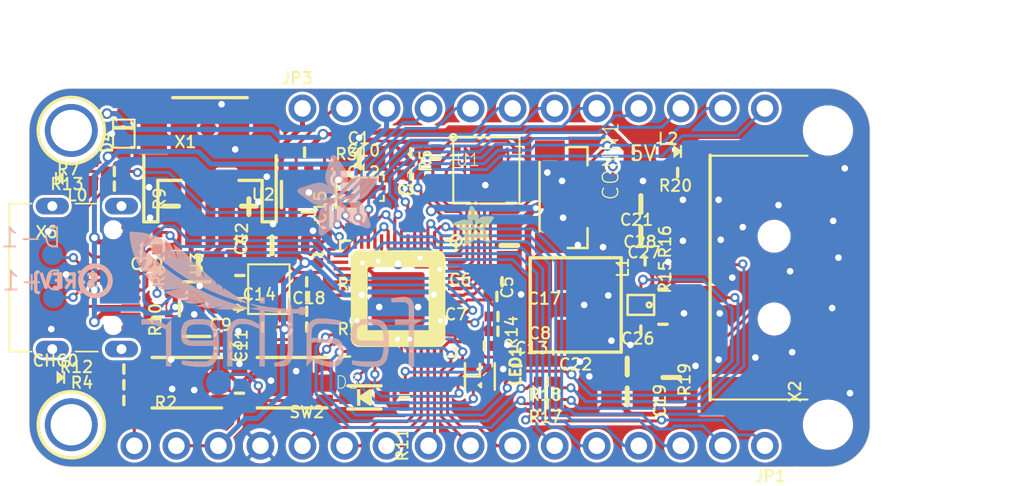
<source format=kicad_pcb>
(kicad_pcb (version 20221018) (generator pcbnew)
  (layers (0 "F.Cu" signal) (31 "B.Cu" signal) (34 "B.Paste" user) (35 "F.Paste" user) (36 "B.SilkS" user "B.Silkscreen") (37 "F.SilkS" user "F.Silkscreen") (38 "B.Mask" user) (39 "F.Mask" user) (44 "Edge.Cuts" user))
  (net 0 "")
  (net 1 "GND")
  (net 2 "MOSI")
  (net 3 "MISO")
  (net 4 "SCK")
  (net 5 "D24")
  (net 6 "A3")
  (net 7 "A2")
  (net 8 "A1")
  (net 9 "D11")
  (net 10 "D12")
  (net 11 "+3V3")
  (net 12 "VBUS")
  (net 13 "VBAT")
  (net 14 "N$2")
  (net 15 "D13")
  (net 16 "A0")
  (net 17 "N$1")
  (net 18 "N$3")
  (net 19 "N$4")
  (net 20 "SCL")
  (net 21 "SDA")
  (net 22 "D9")
  (net 23 "D6")
  (net 24 "D5")
  (net 25 "D10")
  (net 26 "D+")
  (net 27 "D-")
  (net 28 "~{RESET}")
  (net 29 "EN")
  (net 30 "VHI")
  (net 31 "QSPI_DATA[0]")
  (net 32 "QSPI_DATA[1]")
  (net 33 "QSPI_SCK")
  (net 34 "QSPI_CS")
  (net 35 "QSPI_DATA[3]")
  (net 36 "QSPI_DATA[2]")
  (net 37 "D4")
  (net 38 "CC1")
  (net 39 "CC2")
  (net 40 "1.2V")
  (net 41 "SWCLK")
  (net 42 "SWDIO")
  (net 43 "TX")
  (net 44 "RX")
  (net 45 "N$5")
  (net 46 "N$6")
  (net 47 "D25")
  (net 48 "N$7")
  (net 49 "USB_D+")
  (net 50 "USB_D-")
  (net 51 "USBBOOT")
  (net 52 "N$16")
  (net 53 "NEOPIX_PWR")
  (net 54 "NEOPIXEL")
  (net 55 "5.0V")
  (net 56 "USBH_D+")
  (net 57 "USBH_D-")
  (net 58 "FB")
  (net 59 "SW")
  (net 60 "5V_EN")
  (net 61 "N$8")
  (net 62 "N$9")
  (net 63 "N$10")
  (net 64 "N$11")
  (footprint "working:FIDUCIAL_1MM" (layer "F.Cu") (at 169.3763 115.6646 -90)
    (fp_text reference "U$35" hide)
    (fp_text value "FIDUCIAL_1MM" hide)
  )
  (footprint "working:PLABEL17" (layer "F.Cu") (at 133.3881 113.6396)
    (fp_text reference "PLABEL17" hide)
    (fp_text value "" hide)
  )
  (footprint "working:PLABEL11" (layer "F.Cu") (at 152.3111 113.6396)
    (fp_text reference "PLABEL11" hide)
    (fp_text value "" hide)
  )
  (footprint "working:PLABEL1" (layer "F.Cu") (at 132.8801 109.0676)
    (fp_text reference "PLABEL1" hide)
    (fp_text value "" hide)
  )
  (footprint "working:0805-NO" (layer "F.Cu") (at 160.0581 100.5586)
    (fp_text reference "C21")
    (fp_text value "22uF")
  )
  (footprint "working:_0402NO" (layer "F.Cu") (at 151.4221 108.2421)
    (fp_text reference "C8")
    (fp_text value "1uF/25V")
  )
  (footprint "working:CHIPLED_0603_NOOUTLINE" (layer "F.Cu") (at 162.2806 97.3836 -90)
    (fp_text reference "L2")
    (fp_text value "GREEN")
  )
  (footprint "working:PLABEL9" (layer "F.Cu") (at 147.2311 113.6396)
    (fp_text reference "PLABEL9" hide)
    (fp_text value "" hide)
  )
  (footprint "working:_0402NO" (layer "F.Cu") (at 137.1981 107.9881 180)
    (fp_text reference "C9")
    (fp_text value "0.1uF")
  )
  (footprint "working:SK6805_1515" (layer "F.Cu") (at 150.3299 110.9726 -90)
    (fp_text reference "LED1")
    (fp_text value "WS2812B_SK6805_1515")
  )
  (footprint "working:_0402NO" (layer "F.Cu") (at 151.6761 105.2576 180)
    (fp_text reference "C6")
    (fp_text value "0.1uF")
  )
  (footprint "working:_0402NO" (layer "F.Cu") (at 135.7376 106.9086 -90)
    (fp_text reference "C3")
    (fp_text value "22pF")
  )
  (footprint "working:PLABEL19" (layer "F.Cu") (at 154.8511 113.6396)
    (fp_text reference "PLABEL19" hide)
    (fp_text value "" hide)
  )
  (footprint "working:0805-NO" (layer "F.Cu") (at 159.2326 112.1791 180)
    (fp_text reference "C19")
    (fp_text value "22uF")
  )
  (footprint "working:PLABEL0" (layer "F.Cu") (at 139.1666 109.0676)
    (fp_text reference "PLABEL0" hide)
    (fp_text value "" hide)
  )
  (footprint "working:_0402NO" (layer "F.Cu") (at 140.5636 103.6066 90)
    (fp_text reference "C15")
    (fp_text value "1uF/25V")
  )
  (footprint "working:SOT23-5" (layer "F.Cu") (at 133.223 106.9086 90)
    (fp_text reference "U3")
    (fp_text value "MCP73831T-2ACI/OT")
  )
  (footprint "working:PLABEL5" (layer "F.Cu") (at 137.0711 113.6396)
    (fp_text reference "PLABEL5" hide)
    (fp_text value "" hide)
  )
  (footprint "working:_0402NO" (layer "F.Cu") (at 130.81 107.4166 90)
    (fp_text reference "R8")
    (fp_text value "5.1K")
  )
  (footprint "working:_0402NO" (layer "F.Cu") (at 128.8161 110.5281 180)
    (fp_text reference "R12")
    (fp_text value "5.1K")
  )
  (footprint "working:PLABEL16" (layer "F.Cu") (at 139.6111 96.2406)
    (fp_text reference "PLABEL16" hide)
    (fp_text value "" hide)
  )
  (footprint "working:CRYSTAL_2.5X2" (layer "F.Cu") (at 137.5791 105.7021 90)
    (fp_text reference "Y1")
    (fp_text value "12MHz/12pF")
  )
  (footprint "working:_0402NO" (layer "F.Cu") (at 145.7706 112.2426 -90)
    (fp_text reference "R11")
    (fp_text value "1K")
  )
  (footprint "working:PLABEL14" (layer "F.Cu") (at 144.6911 96.2406)
    (fp_text reference "PLABEL14" hide)
    (fp_text value "" hide)
  )
  (footprint "working:PLABEL15" (layer "F.Cu") (at 142.1511 96.2406)
    (fp_text reference "PLABEL15" hide)
    (fp_text value "" hide)
  )
  (footprint "working:PLABEL22" (layer "F.Cu") (at 162.4711 113.6396)
    (fp_text reference "PLABEL22" hide)
    (fp_text value "" hide)
  )
  (footprint "working:0805-NO" (layer "F.Cu") (at 161.8996 111.0361 -90)
    (fp_text reference "R19")
    (fp_text value "FUSE")
  )
  (footprint "working:_0402NO" (layer "F.Cu") (at 162.2806 98.6536 180)
    (fp_text reference "R20")
    (fp_text value "10K")
  )
  (footprint "working:_0402NO" (layer "F.Cu") (at 160.3121 103.9876 180)
    (fp_text reference "C27")
    (fp_text value "0.1uF")
  )
  (footprint "working:USON8_4X4" (layer "F.Cu") (at 150.7236 98.5266)
    (fp_text reference "U1")
    (fp_text value "8MB QSPI")
  )
  (footprint "working:_0402NO" (layer "F.Cu") (at 139.8651 106.1466 180)
    (fp_text reference "C14")
    (fp_text value "0.1uF")
  )
  (footprint "working:_0402NO" (layer "F.Cu") (at 146.159306 97.454804 180)
    (fp_text reference "C10")
    (fp_text value "1uF/25V")
  )
  (footprint "working:_0402NO" (layer "F.Cu") (at 139.8651 105.2576)
    (fp_text reference "R6")
    (fp_text value "1K")
  )
  (footprint "working:USB_HOST-SMT" (layer "F.Cu") (at 164.2491 105.0036 90)
    (fp_text reference "X2")
    (fp_text value "USB A")
  )
  (footprint "working:PLABEL7" (layer "F.Cu") (at 142.1511 113.6396)
    (fp_text reference "PLABEL7" hide)
    (fp_text value "" hide)
  )
  (footprint "working:_0402NO" (layer "F.Cu") (at 147.6883 97.7519 90)
    (fp_text reference "R5")
    (fp_text value "10K")
  )
  (footprint "working:_0402NO" (layer "F.Cu") (at 154.4066 112.6236 180)
    (fp_text reference "R17")
    (fp_text value "22 ohm")
  )
  (footprint "working:JSTPH2_BATT" (layer "F.Cu") (at 134.0231 98.7806)
    (fp_text reference "X1")
    (fp_text value "JSTPH")
  )
  (footprint "working:PLABEL30" (layer "F.Cu") (at 153.3271 95.8596)
    (fp_text reference "PLABEL30" hide)
    (fp_text value "" hide)
  )
  (footprint "working:BTN_RKB2_4.6X2.8" (layer "F.Cu") (at 138.9761 111.3536 180)
    (fp_text reference "SW2")
    (fp_text value "RKB2")
  )
  (footprint "working:_0402NO" (layer "F.Cu") (at 139.7381 97.4217)
    (fp_text reference "R3")
    (fp_text value "10K")
  )
  (footprint "working:PLABEL13" (layer "F.Cu") (at 147.2311 96.2406)
    (fp_text reference "PLABEL13" hide)
    (fp_text value "" hide)
  )
  (footprint "working:_0402NO" (layer "F.Cu") (at 139.8651 107.0356)
    (fp_text reference "C18")
    (fp_text value "0.1uF")
  )
  (footprint "working:DFN2015-3" (layer "F.Cu") (at 143.4846 99.5807)
    (fp_text reference "Q3")
    (fp_text value "DMG3415UFY")
  )
  (footprint "working:_0402NO" (layer "F.Cu") (at 152.5651 110.3376 -90)
    (fp_text reference "R14")
    (fp_text value "100K")
  )
  (footprint "working:_0402NO" (layer "F.Cu") (at 139.8651 107.9881)
    (fp_text reference "R1")
    (fp_text value "10K")
  )
  (footprint "working:_0402NO" (layer "F.Cu") (at 151.3586 106.1466)
    (fp_text reference "C17")
    (fp_text value "1uF/25V")
  )
  (footprint "working:_0402NO" (layer "F.Cu") (at 160.0581 108.1786)
    (fp_text reference "C26")
    (fp_text value "0.1uF")
  )
  (footprint "working:PLABEL27" (layer "F.Cu") (at 162.4711 96.2406)
    (fp_text reference "PLABEL27" hide)
    (fp_text value "" hide)
  )
  (footprint "working:JST_SH4_RA" (layer "F.Cu") (at 156.1846 100.1141 -90)
    (fp_text reference "CONN1")
    (fp_text value "STEMMA_I2C_QTRA")
  )
  (footprint "working:BTN_RKB2_4.6X2.8" (layer "F.Cu") (at 132.6261 111.3536 180)
    (fp_text reference "SW1" hide)
    (fp_text value "RKB2" hide)
  )
  (footprint "working:PLABEL3" (layer "F.Cu") (at 126.6444 99.1743 90)
    (fp_text reference "PLABEL3" hide)
    (fp_text value "" hide)
  )
  (footprint "working:_0402NO" (layer "F.Cu") (at 161.3916 105.7021 90)
    (fp_text reference "R16")
    (fp_text value "100K")
  )
  (footprint "working:PLABEL29" (layer "F.Cu") (at 169.1386 95.1611 90)
    (fp_text reference "PLABEL29" hide)
    (fp_text value "" hide)
  )
  (footprint "working:PLABEL18" (layer "F.Cu") (at 159.4866 99.1616)
    (fp_text reference "PLABEL18" hide)
    (fp_text value "" hide)
  )
  (footprint "working:PLABEL21" (layer "F.Cu") (at 159.9311 113.6396)
    (fp_text reference "PLABEL21" hide)
    (fp_text value "" hide)
  )
  (footprint "working:ADAFRUIT_2.5MM" (layer "F.Cu") (at 151.1681 103.0986 90)
    (fp_text reference "U$43" hide)
    (fp_text value "" hide)
  )
  (footprint "working:PLABEL8" (layer "F.Cu") (at 144.6911 113.6396)
    (fp_text reference "PLABEL8" hide)
    (fp_text value "" hide)
  )
  (footprint "working:MOUNTINGHOLE_2.5_PLATED" (layer "F.Cu") (at 125.6411 113.8936 -90)
    (fp_text reference "U$32" hide)
    (fp_text value "MOUNTINGHOLE2.5" hide)
  )
  (footprint "working:INDUCTOR_5045_SMALLTABS" (layer "F.Cu") (at 156.1211 106.6546 -90)
    (fp_text reference "L1")
    (fp_text value "1uH")
  )
  (footprint "working:_0402NO" (layer "F.Cu") (at 135.8011 111.9886 90)
    (fp_text reference "C11")
    (fp_text value "1uF/25V")
  )
  (footprint "working:_0402NO" (layer "F.Cu") (at 130.8481 104.6861 -90)
    (fp_text reference "R10")
    (fp_text value "22 ohm")
  )
  (footprint "working:FIDUCIAL_1MM" (layer "F.Cu") (at 133.8961 95.9866 -90)
    (fp_text reference "U$34" hide)
    (fp_text value "FIDUCIAL_1MM" hide)
  )
  (footprint "working:_0402NO" (layer "F.Cu") (at 154.4066 111.2901 180)
    (fp_text reference "R18")
    (fp_text value "22 ohm")
  )
  (footprint "" (layer "F.Cu") (at 171.3611 96.1136)
    (fp_text reference "@HOLE0" hide)
    (fp_text value "")
  )
  (footprint "working:_0402NO" (layer "F.Cu") (at 128.2446 98.5901 180)
    (fp_text reference "R7")
    (fp_text value "10K")
  )
  (footprint "working:CHIPLED_0603_NOOUTLINE" (layer "F.Cu") (at 124.9206 99.0111 90)
    (fp_text reference "L0")
    (fp_text value "RED")
  )
  (footprint "working:PLABEL12" (layer "F.Cu") (at 150.7871 95.8596)
    (fp_text reference "PLABEL12" hide)
    (fp_text value "" hide)
  )
  (footprint "working:MOUNTINGHOLE_2.5_PLATED" (layer "F.Cu") (at 125.6411 96.1136 -90)
    (fp_text reference "U$31" hide)
    (fp_text value "MOUNTINGHOLE2.5" hide)
  )
  (footprint "working:CHIPLED_0603_NOOUTLINE" (layer "F.Cu") (at 125.0061 111.0361 -90)
    (fp_text reference "CHG0")
    (fp_text value "ORANGE")
  )
  (footprint "working:0805-NO" (layer "F.Cu") (at 143.0451 97.8008)
    (fp_text reference "C1")
    (fp_text value "10uF/16V")
  )
  (footprint "working:PLABEL31" (layer "F.Cu") (at 154.8511 96.1136)
    (fp_text reference "PLABEL31" hide)
    (fp_text value "" hide)
  )
  (footprint "working:_0402NO" (layer "F.Cu") (at 128.8161 111.4806 180)
    (fp_text reference "R4")
    (fp_text value "10K")
  )
  (footprint "working:_0402NO" (layer "F.Cu") (at 135.8265 104.8766 90)
    (fp_text reference "C2")
    (fp_text value "22pF")
  )
  (footprint "working:SOD-323F" (layer "F.Cu") (at 128.8161 96.3041 90)
    (fp_text reference "D4")
    (fp_text value "PMEG2020AEA")
  )
  (footprint "working:SOT23-5" (layer "F.Cu") (at 139.9921 99.9871 180)
    (fp_text reference "U2")
    (fp_text value "RT9080-3.3")
  )
  (footprint "working:_0402NO" (layer "F.Cu") (at 151.4221 107.3531 180)
    (fp_text reference "C7")
    (fp_text value "0.1uF")
  )
  (footprint "working:_0402NO" (layer "F.Cu") (at 161.3916 107.823 90)
    (fp_text reference "R15")
    (fp_text value "732K")
  )
  (footprint "working:PLABEL4" (layer "F.Cu") (at 129.4511 113.6396)
    (fp_text reference "PLABEL4" hide)
    (fp_text value "" hide)
  )
  (footprint "working:QFN56_7MM_REDUCEDEPAD" (layer "F.Cu") (at 145.3896 106.2736 -90)
    (fp_text reference "IC1" hide)
    (fp_text value "RP2040_QFN56" hide)
  )
  (footprint "working:0805-NO" (layer "F.Cu") (at 160.0581 102.4636)
    (fp_text reference "C28")
    (fp_text value "10uF/16V")
  )
  (footprint "" (layer "F.Cu") (at 171.3611 113.8936)
    (fp_text reference "@HOLE1" hide)
    (fp_text value "")
  )
  (footprint "working:_0402NO" (layer "F.Cu") (at 146.1516 98.7806 180)
    (fp_text reference "C12")
    (fp_text value "0.1uF")
  )
  (footprint "working:PLABEL23" (layer "F.Cu") (at 166.2176 113.9571)
    (fp_text reference "PLABEL23" hide)
    (fp_text value "" hide)
  )
  (footprint "working:PLABEL28" (layer "F.Cu") (at 165.0111 96.2406)
    (fp_text reference "PLABEL28" hide)
    (fp_text value "" hide)
  )
  (footprint "working:PLABEL24" (layer "F.Cu") (at 168.5671 113.9571)
    (fp_text reference "PLABEL24" hide)
    (fp_text value "" hide)
  )
  (footprint "working:_0402NO" (layer "F.Cu") (at 130.8481 102.7811 90)
    (fp_text reference "R9")
    (fp_text value "22 ohm")
  )
  (footprint "working:_0402NO" (layer "F.Cu") (at 128.2446 99.4791 180)
    (fp_text reference "R13")
    (fp_text value "5.1K")
  )
  (footprint "working:SOT563" (layer "F.Cu") (at 160.0581 106.6546 -90)
    (fp_text reference "IC2" hide)
    (fp_text value "TPS61023" hide)
  )
  (footprint "working:PLABEL6" (layer "F.Cu") (at 139.6111 113.6396)
    (fp_text reference "PLABEL6" hide)
    (fp_text value "" hide)
  )
  (footprint "working:1X12_ROUND" (layer "F.Cu") (at 153.5811 94.7801)
    (fp_text reference "JP3")
    (fp_text value "")
  )
  (footprint "working:0805-NO" (layer "F.Cu") (at 159.2326 110.3757 180)
    (fp_text reference "C22")
    (fp_text value "22uF")
  )
  (footprint "working:PLABEL25" (layer "F.Cu") (at 157.3911 96.2406)
    (fp_text reference "PLABEL25" hide)
    (fp_text value "" hide)
  )
  (footprint "working:0805-NO" (layer "F.Cu") (at 152.1079 103.0605 -90)
    (fp_text reference "C5")
    (fp_text value "10uF/16V")
  )
  (footprint "working:0805-NO" (layer "F.Cu") (at 137.7731 103.0501 180)
    (fp_text reference "C4")
    (fp_text value "10uF/16V")
  )
  (footprint "working:PLABEL26" (layer "F.Cu") (at 159.9311 96.2406)
    (fp_text reference "PLABEL26" hide)
    (fp_text value "" hide)
  )
  (footprint "working:PLABEL2" (layer "F.Cu") (at 126.8984 110.9218 90)
    (fp_text reference "PLABEL2" hide)
    (fp_text value "" hide)
  )
  (footprint "working:PLABEL10" (layer "F.Cu") (at 149.7711 113.6396)
    (fp_text reference "PLABEL10" hide)
    (fp_text value "" hide)
  )
  (footprint "working:1X16_ROUND" (layer "F.Cu") (at 148.5011 115.1636 180)
    (fp_text reference "JP1")
    (fp_text value "")
  )
  (footprint "working:_0402NO" (layer "F.Cu") (at 150.5966 109.1311)
    (fp_text reference "C13")
    (fp_text value "0.1uF")
  )
  (footprint "working:_0402NO" (layer "F.Cu") (at 128.8161 112.4331)
    (fp_text reference "R2")
    (fp_text value "10K")
  )
  (footprint "working:USB_C_CUSB31-CFM2AX-01-X" (layer "F.Cu") (at 126.9746 105.0036 -90)
    (fp_text reference "X6")
    (fp_text value "USB Type C")
  )
  (footprint "working:0805-NO" (layer "F.Cu") (at 133.3246 104.3051 180)
    (fp_text reference "C20")
    (fp_text value "10uF/16V")
  )
  (footprint "working:PLABEL20" (layer "F.Cu") (at 157.3911 113.6396)
    (fp_text reference "PLABEL20" hide)
    (fp_text value "" hide)
  )
  (footprint "working:SOD-323_MINI" (layer "F.Cu") (at 143.3576 112.2426)
    (fp_text reference "D3")
    (fp_text value "1N5819")
  )
  (footprint "working:PLABEL37" (layer "B.Cu") (at 165.0111 96.2406 180)
    (fp_text reference "PLABEL37" hide)
    (fp_text value "" hide)
  )
  (footprint "working:PCBFEAT-REV-040" (layer "B.Cu") (at 127.1016 105.1941 180)
    (fp_text reference "U$13" hide)
    (fp_text value "" hide)
  )
  (footprint "working:TESTPOINT_ROUND_1.5MM_NO" (layer "B.Cu") (at 134.5311 111.3536 180)
    (fp_text reference "TP3" hide)
    (fp_text value "" hide)
  )
  (footprint "working:PLABEL36" (layer "B.Cu") (at 165.0111 113.6396 180)
    (fp_text reference "PLABEL36" hide)
    (fp_text value "" hide)
  )
  (footprint "working:PLABEL55" (layer "B.Cu") (at 142.0876 96.3676 180)
    (fp_text reference "PLABEL55" hide)
    (fp_text value "" hide)
  )
  (footprint "working:PLABEL54" (layer "B.Cu") (at 144.6276 96.3676 180)
    (fp_text reference "PLABEL54" hide)
    (fp_text value "" hide)
  )
  (footprint "working:PLABEL33" (layer "B.Cu") (at 157.3911 113.6396 180)
    (fp_text reference "PLABEL33" hide)
    (fp_text value "" hide)
  )
  (footprint "working:PLABEL34" (layer "B.Cu") (at 159.9311 113.6396 180)
    (fp_text reference "PLABEL34" hide)
    (fp_text value "" hide)
  )
  (footprint "working:PLABEL49" (layer "B.Cu") (at 149.7076 113.5761 180)
    (fp_text reference "PLABEL49" hide)
    (fp_text value "" hide)
  )
  (footprint "working:B1,27" (layer "B.Cu") (at 124.5616 106.2101 180)
    (fp_text reference "D+1")
    (fp_text value "TPB1,27")
  )
  (footprint "working:PLABEL45" (layer "B.Cu") (at 139.5476 113.5761 180)
    (fp_text reference "PLABEL45" hide)
    (fp_text value "" hide)
  )
  (footprint "working:PLABEL51" (layer "B.Cu") (at 133.0706 113.5761 180)
    (fp_text reference "PLABEL51" hide)
    (fp_text value "" hide)
  )
  (footprint "working:PLABEL50" (layer "B.Cu") (at 152.2476 113.5761 180)
    (fp_text reference "PLABEL50" hide)
    (fp_text value "" hide)
  )
  (footprint "working:PLABEL52" (layer "B.Cu") (at 149.5806 96.2406 180)
    (fp_text reference "PLABEL52" hide)
    (fp_text value "" hide)
  )
  (footprint "working:PLABEL39" (layer "B.Cu") (at 162.4711 96.2406 180)
    (fp_text reference "PLABEL39" hide)
    (fp_text value "" hide)
  )
  (footprint "working:PLABEL47" (layer "B.Cu") (at 144.7546 113.5761 180)
    (fp_text reference "PLABEL47" hide)
    (fp_text value "" hide)
  )
  (footprint "working:PLABEL40" (layer "B.Cu") (at 159.9311 96.2406 180)
    (fp_text reference "PLABEL40" hide)
    (fp_text value "" hide)
  )
  (footprint "working:PLABEL41" (layer "B.Cu") (at 157.3911 96.2406 180)
    (fp_text reference "PLABEL41" hide)
    (fp_text value "" hide)
  )
  (footprint "working:ADAFRUIT_5MM" (layer "B.Cu") (at 144.1831 102.4636 180)
    (fp_text reference "U$47" hide)
    (fp_text value "" hide)
  )
  (footprint "working:PLABEL59" (layer "B.Cu") (at 132.6261 96.6216 180)
    (fp_text reference "PLABEL59" hide)
    (fp_text value "" hide)
  )
  (footprint "working:PLABEL38" (layer "B.Cu") (at 168.0591 96.2406 180)
    (fp_text reference "PLABEL38" hide)
    (fp_text value "" hide)
  )
  (footprint "working:PLABEL56" (layer "B.Cu") (at 139.1666 96.3676 180)
    (fp_text reference "PLABEL56" hide)
    (fp_text value "" hide)
  )
  (footprint "working:PLABEL35" (layer "B.Cu") (at 162.4711 113.6396 180)
    (fp_text reference "PLABEL35" hide)
    (fp_text value "" hide)
  )
  (footprint "working:PLABEL46" (layer "B.Cu") (at 141.9606 113.5761 180)
    (fp_text reference "PLABEL46" hide)
    (fp_text value "" hide)
  )
  (footprint "working:PLABEL57" (layer "B.Cu") (at 152.1206 96.2406 180)
    (fp_text reference "PLABEL57" hide)
    (fp_text value "" hide)
  )
  (footprint "working:PLABEL61" (layer "B.Cu") (at 167.4241 113.6396 180)
    (fp_text reference "PLABEL61" hide)
    (fp_text value "" hide)
  )
  (footprint "working:B1,27" (layer "B.Cu") (at 124.4981 103.6066 180)
    (fp_text reference "D-1")
    (fp_text value "TPB1,27")
  )
  (footprint "working:PLABEL53" (layer "B.Cu") (at 147.0406 96.2406 180)
    (fp_text reference "PLABEL53" hide)
    (fp_text value "" hide)
  )
  (footprint "working:PLABEL42" (layer "B.Cu") (at 154.7241 96.3041 180)
    (fp_text reference "PLABEL42" hide)
    (fp_text value "" hide)
  )
  (footprint "working:PLABEL48" (layer "B.Cu") (at 147.1676 113.5761 180)
    (fp_text reference "PLABEL48" hide)
    (fp_text value "" hide)
  )
  (footprint "working:PLABEL44" (layer "B.Cu") (at 137.0076 113.5761 180)
    (fp_text reference "PLABEL44" hide)
    (fp_text value "" hide)
  )
  (footprint "working:PLABEL43" (layer "B.Cu") (at 129.3876 113.5761 180)
    (fp_text reference "PLABEL43" hide)
    (fp_text value "" hide)
  )
  (footprint "working:FEATHERLOGO_MED" (layer "B.Cu") (at 146.9771 110.4646 180)
    (fp_text reference "U$46" hide)
    (fp_text value "" hide)
  )
  (footprint "working:PLABEL60" (layer "B.Cu") (at 173.5201 108.3056 180)
    (fp_text reference "PLABEL60" hide)
    (fp_text value "" hide)
  )
  (footprint "working:PLABEL62" (layer "B.Cu") (at 155.6131 108.7501 180)
    (fp_text reference "PLABEL62" hide)
    (fp_text value "" hide)
  )
  (footprint "working:PLABEL32" (layer "B.Cu") (at 154.8511 113.6396 180)
    (fp_text reference "PLABEL32" hide)
    (fp_text value "" hide)
  )
  (footprint "working:PLABEL58" (layer "B.Cu") (at 173.7741 102.3366 180)
    (fp_text reference "PLABEL58" hide)
    (fp_text value "" hide)
  )
  (gr_line (start 143.0401 103.8606) (end 147.7391 103.8606) (stroke (width 1.016)) (layer "F.SilkS"))
  (gr_line (start 147.7391 103.8606) (end 147.7391 108.6866) (stroke (width 1.016)) (layer "F.SilkS"))
  (gr_line (start 143.0401 108.6866) (end 143.0401 103.8606) (stroke (width 1.016)) (layer "F.SilkS"))
  (gr_line (start 147.7391 108.6866) (end 143.0401 108.6866) (stroke (width 1.016)) (layer "F.SilkS"))
  (gr_line (start 125.6411 116.4336) (end 171.3611 116.4336) (stroke (width 0.05)) (layer "Edge.Cuts"))
  (gr_line (start 171.3611 93.5736) (end 125.6411 93.5736) (stroke (width 0.05)) (layer "Edge.Cuts"))
  (gr_arc (start 173.9011 113.8936) (mid 173.157151 115.689651) (end 171.3611 116.4336) (stroke (width 0.05)) (layer "Edge.Cuts"))
  (gr_line (start 173.9011 113.8936) (end 173.9011 96.1136) (stroke (width 0.05)) (layer "Edge.Cuts"))
  (gr_arc (start 125.6411 116.4336) (mid 123.845049 115.689651) (end 123.1011 113.8936) (stroke (width 0.05)) (layer "Edge.Cuts"))
  (gr_arc (start 171.3611 93.5736) (mid 173.157151 94.317549) (end 173.9011 96.1136) (stroke (width 0.05)) (layer "Edge.Cuts"))
  (gr_arc (start 123.1011 96.1136) (mid 123.845049 94.317549) (end 125.6411 93.5736) (stroke (width 0.05)) (layer "Edge.Cuts"))
  (gr_line (start 123.1011 96.1136) (end 123.1011 113.8936) (stroke (width 0.05)) (layer "Edge.Cuts"))
  (gr_text "" (at 134.5311 113.3856) (layer "F.SilkS") (effects (font (size 0.89408 0.89408) (thickness 0.12192))))
  (gr_text "5V" (at 159.2961 98.0186) (layer "F.SilkS") (effects (font (size 0.89408 0.89408) (thickness 0.12192)) (justify left bottom)))
  (segment (start 136.6901 107.5436) (end 136.6901 107.9881) (width 0.3048) (layer "F.Cu") (net 1))
  (segment (start 150.3491 99.7266) (end 150.6601 99.4156) (width 0.3048) (layer "F.Cu") (net 1))
  (segment (start 144.9451 105.8291) (end 144.5641 105.8291) (width 0.4064) (layer "F.Cu") (net 1))
  (segment (start 130.4671 106.9086) (end 130.175 107.2007) (width 0.3048) (layer "F.Cu") (net 1))
  (segment (start 139.0777 107.315) (end 136.9187 107.315) (width 0.3048) (layer "F.Cu") (net 1))
  (segment (start 132.8801 101.473) (end 133.0231 101.33) (width 0.3048) (layer "F.Cu") (net 1))
  (segment (start 140.2461 102.1969) (end 140.2461 102.1715) (width 0.3048) (layer "F.Cu") (net 1))
  (segment (start 129.8071 108.2036) (end 129.8571 108.2036) (width 0.3048) (layer "F.Cu") (net 1))
  (segment (start 141.9396 105.2736) (end 144.0721 105.2736) (width 0.1778) (layer "F.Cu") (net 1))
  (segment (start 129.9486 96.3041) (end 128.096493 96.3041) (width 0.3048) (layer "F.Cu") (net 1))
  (segment (start 130.6231 95.6296) (end 129.9486 96.3041) (width 0.3048) (layer "F.Cu") (net 1))
  (segment (start 150.7236 98.5266) (end 150.7236 99.3521) (width 0.3048) (layer "F.Cu") (net 1))
  (segment (start 136.9187 107.315) (end 136.6901 107.5436) (width 0.3048) (layer "F.Cu") (net 1))
  (segment (start 135.7376 108.2421) (end 135.9329 108.0468) (width 0.3048) (layer "F.Cu") (net 1))
  (segment (start 132.3746 104.3051) (end 132.8801 103.7996) (width 0.3048) (layer "F.Cu") (net 1))
  (segment (start 144.7546 106.2736) (end 144.2466 106.7816) (width 0.3048) (layer "F.Cu") (net 1))
  (segment (start 166.3446 106.461613) (end 165.972412 106.8338) (width 0.3048) (layer "F.Cu") (net 1))
  (segment (start 129.3241 110.5281) (end 130.4036 110.5281) (width 0.3048) (layer "F.Cu") (net 1))
  (segment (start 130.81 106.9086) (end 130.4671 106.9086) (width 0.3048) (layer "F.Cu") (net 1))
  (segment (start 133.0231 101.33) (end 133.0231 100.8296) (width 0.3048) (layer "F.Cu") (net 1))
  (segment (start 162.117325 105.1734) (end 165.559412 105.1734) (width 0.3048) (layer "F.Cu") (net 1))
  (segment (start 161.3916 105.1941) (end 161.442575 105.1941) (width 0.3048) (layer "F.Cu") (net 1))
  (segment (start 162.117325 106.8338) (end 161.9761 106.692575) (width 0.3048) (layer "F.Cu") (net 1))
  (segment (start 145.3896 106.2736) (end 144.7546 106.2736) (width 0.3048) (layer "F.Cu") (net 1))
  (segment (start 161.442575 105.1941) (end 161.9239 105.675425) (width 0.3048) (layer "F.Cu") (net 1))
  (segment (start 144.9451 105.8291) (end 145.3896 106.2736) (width 0.4064) (layer "F.Cu") (net 1))
  (segment (start 150.7236 99.3521) (end 150.6601 99.4156) (width 0.3048) (layer "F.Cu") (net 1))
  (segment (start 130.175 107.2007) (end 130.175 107.8357) (width 0.3048) (layer "F.Cu") (net 1))
  (segment (start 140.5636 102.5144) (end 140.2461 102.1969) (width 0.3048) (layer "F.Cu") (net 1))
  (segment (start 165.559412 105.1734) (end 166.3446 105.958588) (width 0.3048) (layer "F.Cu") (net 1))
  (segment (start 136.174375 108.0468) (end 136.233075 107.9881) (width 0.3048) (layer "F.Cu") (net 1))
  (segment (start 161.9239 105.675425) (end 161.9239 105.366825) (width 0.3048) (layer "F.Cu") (net 1))
  (segment (start 135.623125 106.4006) (end 135.115125 106.9086) (width 0.3048) (layer "F.Cu") (net 1))
  (segment (start 135.7376 106.4006) (end 135.623125 106.4006) (width 0.3048) (layer "F.Cu") (net 1))
  (segment (start 130.2766 108.6231) (end 132.8801 108.6231) (width 0.3048) (layer "F.Cu") (net 1))
  (segment (start 144.5641 105.8291) (end 144.0561 105.3211) (width 0.4064) (layer "F.Cu") (net 1))
  (segment (start 132.8801 108.6231) (end 133.0706 108.4326) (width 0.3048) (layer "F.Cu") (net 1))
  (segment (start 161.9239 105.366825) (end 162.117325 105.1734) (width 0.3048) (layer "F.Cu") (net 1))
  (segment (start 144.0721 105.2736) (end 144.1196 105.3211) (width 0.1778) (layer "F.Cu") (net 1))
  (segment (start 166.3446 105.958588) (end 166.3446 106.461613) (width 0.3048) (layer "F.Cu") (net 1))
  (segment (start 130.4036 110.5281) (end 130.6531 110.2786) (width 0.3048) (layer "F.Cu") (net 1))
  (segment (start 140.5636 103.0986) (end 140.5636 102.5144) (width 0.3048) (layer "F.Cu") (net 1))
  (segment (start 135.9329 108.0468) (end 136.174375 108.0468) (width 0.3048) (layer "F.Cu") (net 1))
  (segment (start 139.3571 107.0356) (end 139.0777 107.315) (width 0.3048) (layer "F.Cu") (net 1))
  (segment (start 144.1196 105.3211) (end 144.0561 105.3211) (width 0.4064) (layer "F.Cu") (net 1))
  (segment (start 133.0706 108.4326) (end 133.0706 107.2261) (width 0.3048) (layer "F.Cu") (net 1))
  (segment (start 135.115125 106.9086) (end 134.5231 106.9086) (width 0.3048) (layer "F.Cu") (net 1))
  (segment (start 136.233075 107.9881) (end 136.6901 107.9881) (width 0.3048) (layer "F.Cu") (net 1))
  (segment (start 148.8736 99.7266) (end 150.3491 99.7266) (width 0.3048) (layer "F.Cu") (net 1))
  (segment (start 132.8801 103.7996) (end 132.8801 101.473) (width 0.3048) (layer "F.Cu") (net 1))
  (segment (start 129.8571 108.2036) (end 130.2766 108.6231) (width 0.3048) (layer "F.Cu") (net 1))
  (segment (start 130.175 107.8357) (end 129.8071 108.2036) (width 0.3048) (layer "F.Cu") (net 1))
  (segment (start 165.972412 106.8338) (end 162.117325 106.8338) (width 0.3048) (layer "F.Cu") (net 1))
  (segment (start 129.2496 108.2036) (end 129.8071 108.2036) (width 0.3048) (layer "F.Cu") (net 1))
  (via (at 143.0401 96.5581) (size 0.654) (drill 0.4) (layers "F.Cu" "B.Cu") (net 1))
  (via (at 157.7721 103.1621) (size 0.654) (drill 0.4) (layers "F.Cu" "B.Cu") (net 1))
  (via (at 124.2441 102.2096) (size 0.654) (drill 0.4) (layers "F.Cu" "B.Cu") (net 1))
  (via (at 133.4008 105.4989) (size 0.654) (drill 0.4) (layers "F.Cu" "B.Cu") (net 1))
  (via (at 133.0706 111.7981) (size 0.654) (drill 0.4) (layers "F.Cu" "B.Cu") (net 1))
  (via (at 154.4066 98.6536) (size 0.654) (drill 0.4) (layers "F.Cu" "B.Cu") (net 1))
  (via (at 137.4521 98.9076) (size 0.654) (drill 0.4) (layers "F.Cu" "B.Cu") (net 1))
  (via (at 162.5981 100.3046) (size 0.654) (drill 0.4) (layers "F.Cu" "B.Cu") (net 1))
  (via (at 125.3236 104.8131) (size 0.654) (drill 0.4) (layers "F.Cu" "B.Cu") (net 1))
  (via (at 146.5961 106.7816) (size 0.654) (drill 0.4) (layers "F.Cu" "B.Cu") (net 1))
  (via (at 128.096493 96.3041) (size 0.654) (drill 0.4) (layers "F.Cu" "B.Cu") (net 1))
  (via (at 140.2461 102.1715) (size 0.654) (drill 0.4) (layers "F.Cu" "B.Cu") (net 1))
  (via (at 155.3591 101.3841) (size 0.654) (drill 0.4) (layers "F.Cu" "B.Cu") (net 1))
  (via (at 169.2021 109.5121) (size 0.654) (drill 0.4) (layers "F.Cu" "B.Cu") (net 1))
  (via (at 156.3751 110.0836) (size 0.654) (drill 0.4) (layers "F.Cu" "B.Cu") (net 1))
  (via (at 160.1851 99.1616) (size 0.654) (drill 0.4) (layers "F.Cu" "B.Cu") (net 1))
  (via (at 168.3766 100.6221) (size 0.654) (drill 0.4) (layers "F.Cu" "B.Cu") (net 1))
  (via (at 164.7571 109.9566) (size 0.654) (drill 0.4) (layers "F.Cu" "B.Cu") (net 1))
  (via (at 164.8206 107.1626) (size 0.654) (drill 0.4) (layers "F.Cu" "B.Cu") (net 1))
  (via (at 165.5826 105.0036) (size 0.654) (drill 0.4) (layers "F.Cu" "B.Cu") (net 1))
  (via (at 133.0706 107.2261) (size 0.654) (drill 0.4) (layers "F.Cu" "B.Cu") (net 1))
  (via (at 137.8331 101.7651) (size 0.654) (drill 0.4) (layers "F.Cu" "B.Cu") (net 1))
  (via (at 169.0751 104.6226) (size 0.654) (drill 0.4) (layers "F.Cu" "B.Cu") (net 1))
  (via (at 171.6786 101.5746) (size 0.654) (drill 0.4) (layers "F.Cu" "B.Cu") (net 1))
  (via (at 145.3896 104.1654) (size 0.654) (drill 0.4) (layers "F.Cu" "B.Cu") (net 1))
  (via (at 166.2176 101.9556) (size 0.654) (drill 0.4) (layers "F.Cu" "B.Cu") (net 1))
  (via (at 155.2956 99.1616) (size 0.654) (drill 0.4) (layers "F.Cu" "B.Cu") (net 1))
  (via (at 135.5471 97.2566) (size 0.654) (drill 0.4) (layers "F.Cu" "B.Cu") (net 1))
  (via (at 166.9796 109.8296) (size 0.654) (drill 0.4) (layers "F.Cu" "B.Cu") (net 1))
  (via (at 162.6616 107.1626) (size 0.654) (drill 0.4) (layers "F.Cu" "B.Cu") (net 1))
  (via (at 151.7396 110.5281) (size 0.654) (drill 0.4) (layers "F.Cu" "B.Cu") (net 1))
  (via (at 171.6151 106.8451) (size 0.654) (drill 0.4) (layers "F.Cu" "B.Cu") (net 1))
  (via (at 171.9961 103.7971) (size 0.654) (drill 0.4) (layers "F.Cu" "B.Cu") (net 1))
  (via (at 137.7061 111.2266) (size 0.654) (drill 0.4) (layers "F.Cu" "B.Cu") (net 1))
  (via (at 162.5981 102.7811) (size 0.654) (drill 0.4) (layers "F.Cu" "B.Cu") (net 1))
  (via (at 172.6946 111.9886) (size 0.654) (drill 0.4) (layers "F.Cu" "B.Cu") (net 1))
  (via (at 156.2481 103.0351) (size 0.654) (drill 0.4) (layers "F.Cu" "B.Cu") (net 1))
  (via (at 156.9466 110.9726) (size 0.654) (drill 0.4) (layers "F.Cu" "B.Cu") (net 1))
  (via (at 131.7371 111.7346) (size 0.654) (drill 0.4) (layers "F.Cu" "B.Cu") (net 1))
  (via (at 163.3601 110.3376) (size 0.654) (drill 0.4) (layers "F.Cu" "B.Cu") (net 1))
  (via (at 134.7216 94.5261) (size 0.654) (drill 0.4) (layers "F.Cu" "B.Cu") (net 1))
  (via (at 152.8191 106.0196) (size 0.654) (drill 0.4) (layers "F.Cu" "B.Cu") (net 1))
  (via (at 130.3401 99.5426) (size 0.654) (drill 0.4) (layers "F.Cu" "B.Cu") (net 1))
  (via (at 156.6291 106.6546) (size 0.654) (drill 0.4) (layers "F.Cu" "B.Cu") (net 1))
  (via (at 139.9921 99.8601) (size 0.654) (drill 0.4) (layers "F.Cu" "B.Cu") (net 1))
  (via (at 144.2466 106.7816) (size 0.654) (drill 0.4) (layers "F.Cu" "B.Cu") (net 1))
  (via (at 131.6736 109.9566) (size 0.654) (drill 0.4) (layers "F.Cu" "B.Cu") (net 1))
  (via (at 150.6601 99.4156) (size 0.654) (drill 0.4) (layers "F.Cu" "B.Cu") (net 1))
  (via (at 124.4346 108.1151) (size 0.654) (drill 0.4) (layers "F.Cu" "B.Cu") (net 1))
  (via (at 151.9936 109.0676) (size 0.654) (drill 0.4) (layers "F.Cu" "B.Cu") (net 1))
  (via (at 161.7091 104.0511) (size 0.654) (drill 0.4) (layers "F.Cu" "B.Cu") (net 1))
  (via (at 136.9441 100.4316) (size 0.654) (drill 0.4) (layers "F.Cu" "B.Cu") (net 1))
  (via (at 164.8841 102.7176) (size 0.654) (drill 0.4) (layers "F.Cu" "B.Cu") (net 1))
  (via (at 130.4036 101.3841) (size 0.654) (drill 0.4) (layers "F.Cu" "B.Cu") (net 1))
  (via (at 158.2801 108.8136) (size 0.654) (drill 0.4) (layers "F.Cu" "B.Cu") (net 1))
  (via (at 135.8011 110.2106) (size 0.654) (drill 0.4) (layers "F.Cu" "B.Cu") (net 1))
  (via (at 159.4231 109.0676) (size 0.654) (drill 0.4) (layers "F.Cu" "B.Cu") (net 1))
  (via (at 158.0896 106.0831) (size 0.654) (drill 0.4) (layers "F.Cu" "B.Cu") (net 1))
  (via (at 139.2301 110.6551) (size 0.654) (drill 0.4) (layers "F.Cu" "B.Cu") (net 1))
  (via (at 172.3771 98.3996) (size 0.654) (drill 0.4) (layers "F.Cu" "B.Cu") (net 1))
  (via (at 135.7376 108.2421) (size 0.654) (drill 0.4) (layers "F.Cu" "B.Cu") (net 1))
  (via (at 164.7571 100.3046) (size 0.654) (drill 0.4) (layers "F.Cu" "B.Cu") (net 1))
  (segment (start 143.2306 104.4321) (end 142.7891 104.8736) (width 0.1778) (layer "F.Cu") (net 2))
  (segment (start 143.2306 104.4321) (end 143.2306 104.1146) (width 0.1778) (layer "F.Cu") (net 2))
  (segment (start 141.9396 104.8736) (end 142.7891 104.8736) (width 0.1778) (layer "F.Cu") (net 2))
  (via (at 143.2306 104.1146) (size 0.554) (drill 0.3) (layers "F.Cu" "B.Cu") (net 2))
  (segment (start 147.67485 103.2002) (end 152.8521 103.2002) (width 0.1778) (layer "B.Cu") (net 2))
  (segment (start 152.8521 103.2002) (end 154.1272 104.4753) (width 0.1778) (layer "B.Cu") (net 2))
  (segment (start 147.38275 102.9081) (end 147.67485 103.2002) (width 0.1778) (layer "B.Cu") (net 2))
  (segment (start 154.5717 114.0587) (end 155.308768 114.0587) (width 0.1778) (layer "B.Cu") (net 2))
  (segment (start 155.308768 114.0587) (end 156.413668 115.1636) (width 0.1778) (layer "B.Cu") (net 2))
  (segment (start 144.506012 102.9081) (end 143.299512 104.1146) (width 0.1778) (layer "B.Cu") (net 2))
  (segment (start 154.1272 104.4753) (end 154.1272 113.6142) (width 0.1778) (layer "B.Cu") (net 2))
  (segment (start 144.506012 102.9081) (end 147.38275 102.9081) (width 0.1778) (layer "B.Cu") (net 2))
  (segment (start 156.413668 115.1636) (end 157.3911 115.1636) (width 0.1778) (layer "B.Cu") (net 2))
  (segment (start 154.1272 113.6142) (end 154.5717 114.0587) (width 0.1778) (layer "B.Cu") (net 2))
  (segment (start 143.2306 104.1146) (end 143.299512 104.1146) (width 0.1778) (layer "B.Cu") (net 2))
  (segment (start 143.9896 102.8236) (end 143.9896 101.67435) (width 0.1778) (layer "F.Cu") (net 3))
  (segment (start 144.654 101.20045) (end 144.4635 101.20045) (width 0.1778) (layer "F.Cu") (net 3))
  (segment (start 144.4635 101.20045) (end 143.9896 101.67435) (width 0.1778) (layer "F.Cu") (net 3))
  (via (at 144.654 101.20045) (size 0.554) (drill 0.3) (layers "F.Cu" "B.Cu") (net 3))
  (segment (start 155.773568 114.0206) (end 157.8991 114.0206) (width 0.1778) (layer "B.Cu") (net 3))
  (segment (start 159.0421 115.1636) (end 159.9311 115.1636) (width 0.1778) (layer "B.Cu") (net 3))
  (segment (start 157.8991 114.0206) (end 159.0421 115.1636) (width 0.1778) (layer "B.Cu") (net 3))
  (segment (start 145.6065 102.53395) (end 145.162 102.08945) (width 0.1778) (layer "B.Cu") (net 3))
  (segment (start 154.5336 104.1781) (end 154.5336 113.5177) (width 0.1778) (layer "B.Cu") (net 3))
  (segment (start 153.2001 102.8446) (end 147.82215 102.8446) (width 0.1778) (layer "B.Cu") (net 3))
  (segment (start 145.162 101.77195) (end 144.654 101.26395) (width 0.1778) (layer "B.Cu") (net 3))
  (segment (start 155.456068 113.7031) (end 155.773568 114.0206) (width 0.1778) (layer "B.Cu") (net 3))
  (segment (start 147.82215 102.8446) (end 147.5115 102.53395) (width 0.1778) (layer "B.Cu") (net 3))
  (segment (start 147.5115 102.53395) (end 145.6065 102.53395) (width 0.1778) (layer "B.Cu") (net 3))
  (segment (start 154.719 113.7031) (end 155.456068 113.7031) (width 0.1778) (layer "B.Cu") (net 3))
  (segment (start 154.5336 113.5177) (end 154.719 113.7031) (width 0.1778) (layer "B.Cu") (net 3))
  (segment (start 144.654 101.20045) (end 144.654 101.26395) (width 0.1778) (layer "B.Cu") (net 3))
  (segment (start 153.2001 102.8446) (end 154.5336 104.1781) (width 0.1778) (layer "B.Cu") (net 3))
  (segment (start 145.162 101.77195) (end 145.162 102.08945) (width 0.1778) (layer "B.Cu") (net 3))
  (segment (start 143.7336 103.560425) (end 142.859443 103.560425) (width 0.1778) (layer "F.Cu") (net 4))
  (segment (start 142.5541 104.4736) (end 141.9396 104.4736) (width 0.1778) (layer "F.Cu") (net 4))
  (segment (start 142.6591 103.760769) (end 142.6591 104.3686) (width 0.1778) (layer "F.Cu") (net 4))
  (segment (start 144.1781 104.004925) (end 143.7336 103.560425) (width 0.1778) (layer "F.Cu") (net 4))
  (segment (start 142.859443 103.560425) (end 142.6591 103.760769) (width 0.1778) (layer "F.Cu") (net 4))
  (segment (start 142.6591 104.3686) (end 142.5541 104.4736) (width 0.1778) (layer "F.Cu") (net 4))
  (via (at 144.1781 104.004925) (size 0.554) (drill 0.3) (layers "F.Cu" "B.Cu") (net 4))
  (segment (start 154.8511 115.1636) (end 153.7716 114.0841) (width 0.1778) (layer "B.Cu") (net 4))
  (segment (start 147.52755 103.5558) (end 152.5778 103.5558) (width 0.1778) (layer "B.Cu") (net 4))
  (segment (start 144.919325 103.2637) (end 147.23545 103.2637) (width 0.1778) (layer "B.Cu") (net 4))
  (segment (start 147.23545 103.2637) (end 147.52755 103.5558) (width 0.1778) (layer "B.Cu") (net 4))
  (segment (start 153.7716 104.7496) (end 153.7716 114.0841) (width 0.1778) (layer "B.Cu") (net 4))
  (segment (start 144.1781 104.004925) (end 144.919325 103.2637) (width 0.1778) (layer "B.Cu") (net 4))
  (segment (start 153.7716 104.7496) (end 152.5778 103.5558) (width 0.1778) (layer "B.Cu") (net 4))
  (segment (start 145.5444 108.947513) (end 145.5444 108.9104) (width 0.1778) (layer "F.Cu") (net 5))
  (segment (start 147.9931 110.649625) (end 147.9931 113.3856) (width 0.1778) (layer "F.Cu") (net 5))
  (segment (start 148.5778 110.064925) (end 147.9931 110.649625) (width 0.1778) (layer "F.Cu") (net 5))
  (segment (start 145.5896 109.7236) (end 145.5896 108.992713) (width 0.1778) (layer "F.Cu") (net 5))
  (segment (start 145.5444 108.9104) (end 145.3563 108.7223) (width 0.1778) (layer "F.Cu") (net 5))
  (segment (start 147.9931 113.3856) (end 149.7711 115.1636) (width 0.1778) (layer "F.Cu") (net 5))
  (segment (start 145.5896 108.992713) (end 145.5444 108.947513) (width 0.1778) (layer "F.Cu") (net 5))
  (segment (start 148.5778 109.683925) (end 148.5778 110.064925) (width 0.1778) (layer "F.Cu") (net 5))
  (via (at 148.5778 109.683925) (size 0.554) (drill 0.3) (layers "F.Cu" "B.Cu") (net 5))
  (via (at 145.3563 108.7223) (size 0.554) (drill 0.3) (layers "F.Cu" "B.Cu") (net 5))
  (segment (start 145.5444 108.9104) (end 145.5444 108.947513) (width 0.1778) (layer "B.Cu") (net 5))
  (segment (start 148.159875 109.266) (end 148.5778 109.683925) (width 0.1778) (layer "B.Cu") (net 5))
  (segment (start 145.5444 108.947513) (end 145.862887 109.266) (width 0.1778) (layer "B.Cu") (net 5))
  (segment (start 145.3563 108.7223) (end 145.5444 108.9104) (width 0.1778) (layer "B.Cu") (net 5))
  (segment (start 148.159875 109.266) (end 145.862887 109.266) (width 0.1778) (layer "B.Cu") (net 5))
  (segment (start 147.5896 109.7236) (end 147.5896 114.8051) (width 0.1778) (layer "F.Cu") (net 6))
  (segment (start 147.5896 114.8051) (end 147.2311 115.1636) (width 0.1778) (layer "F.Cu") (net 6))
  (segment (start 147.1896 113.6176) (end 145.6436 115.1636) (width 0.1778) (layer "F.Cu") (net 7))
  (segment (start 145.6436 115.1636) (end 144.6911 115.1636) (width 0.1778) (layer "F.Cu") (net 7))
  (segment (start 147.1896 109.7236) (end 147.1896 113.6176) (width 0.1778) (layer "F.Cu") (net 7))
  (segment (start 146.7896 113.4109) (end 146.1418 114.0587) (width 0.1778) (layer "F.Cu") (net 8))
  (segment (start 143.128531 115.1636) (end 142.1511 115.1636) (width 0.1778) (layer "F.Cu") (net 8))
  (segment (start 144.233431 114.0587) (end 143.128531 115.1636) (width 0.1778) (layer "F.Cu") (net 8))
  (segment (start 146.7896 109.7236) (end 146.7896 113.4109) (width 0.1778) (layer "F.Cu") (net 8))
  (segment (start 146.1418 114.0587) (end 144.233431 114.0587) (width 0.1778) (layer "F.Cu") (net 8))
  (segment (start 142.7896 102.8236) (end 142.7896 102.0226) (width 0.1778) (layer "F.Cu") (net 9))
  (segment (start 142.7896 102.0226) (end 142.2146 101.4476) (width 0.1778) (layer "F.Cu") (net 9))
  (segment (start 142.2146 101.4476) (end 142.2146 101.2571) (width 0.1778) (layer "F.Cu") (net 9))
  (via (at 142.2146 101.2571) (size 0.554) (drill 0.3) (layers "F.Cu" "B.Cu") (net 9))
  (segment (start 143.5481 98.7755) (end 143.5481 99.2886) (width 0.1778) (layer "B.Cu") (net 9))
  (segment (start 142.2146 101.2571) (end 142.2146 100.6221) (width 0.1778) (layer "B.Cu") (net 9))
  (segment (start 145.9814 96.3422) (end 149.86 96.3422) (width 0.1778) (layer "B.Cu") (net 9))
  (segment (start 151.4221 94.7801) (end 149.86 96.3422) (width 0.1778) (layer "B.Cu") (net 9))
  (segment (start 151.4221 94.7801) (end 152.3111 94.7801) (width 0.1778) (layer "B.Cu") (net 9))
  (segment (start 143.5481 98.7755) (end 145.9814 96.3422) (width 0.1778) (layer "B.Cu") (net 9))
  (segment (start 143.5481 99.2886) (end 142.2146 100.6221) (width 0.1778) (layer "B.Cu") (net 9))
  (segment (start 142.42315 102.3107) (end 141.91515 101.8027) (width 0.1778) (layer "F.Cu") (net 10))
  (segment (start 141.9396 103.6736) (end 142.42315 103.19005) (width 0.1778) (layer "F.Cu") (net 10))
  (segment (start 141.91515 101.8027) (end 141.72465 101.8027) (width 0.1778) (layer "F.Cu") (net 10))
  (segment (start 142.42315 102.3107) (end 142.42315 103.19005) (width 0.1778) (layer "F.Cu") (net 10))
  (via (at 141.72465 101.8027) (size 0.554) (drill 0.3) (layers "F.Cu" "B.Cu") (net 10))
  (segment (start 143.1925 98.6282) (end 143.1925 99.1362) (width 0.1778) (layer "B.Cu") (net 10))
  (segment (start 147.6756 95.9866) (end 145.8341 95.9866) (width 0.1778) (layer "B.Cu") (net 10))
  (segment (start 141.59765 100.73105) (end 141.59765 101.6757) (width 0.1778) (layer "B.Cu") (net 10))
  (segment (start 148.8821 94.7801) (end 149.7711 94.7801) (width 0.1778) (layer "B.Cu") (net 10))
  (segment (start 148.8821 94.7801) (end 147.6756 95.9866) (width 0.1778) (layer "B.Cu") (net 10))
  (segment (start 141.72465 101.8027) (end 141.59765 101.6757) (width 0.1778) (layer "B.Cu") (net 10))
  (segment (start 143.1925 99.1362) (end 141.59765 100.73105) (width 0.1778) (layer "B.Cu") (net 10))
  (segment (start 145.8341 95.9866) (end 143.1925 98.6282) (width 0.1778) (layer "B.Cu") (net 10))
  (segment (start 138.6586 107.9881) (end 139.3571 107.9881) (width 0.1778) (layer "F.Cu") (net 11))
  (segment (start 148.121231 101.3601) (end 147.592915 100.831785) (width 0.1778) (layer "F.Cu") (net 11))
  (segment (start 146.4691 104.3686) (end 145.6607 103.5602) (width 0.1778) (layer "F.Cu") (net 11))
  (segment (start 142.776618 106.4736) (end 143.19885 106.05135) (width 0.1778) (layer "F.Cu") (net 11))
  (segment (start 141.9396 106.4736) (end 142.776618 106.4736) (width 0.1778) (layer "F.Cu") (net 11))
  (segment (start 143.5321 108.2261) (end 144.3896 108.2261) (width 0.1778) (layer "F.Cu") (net 11))
  (segment (start 152.1079 101.9048) (end 152.1079 102.1105) (width 0.4064) (layer "F.Cu") (net 11))
  (segment (start 148.4586 108.8736) (end 147.9896 109.3426) (width 0.1778) (layer "F.Cu") (net 11))
  (segment (start 152.5736 97.3266) (end 151.9956 96.7486) (width 0.1778) (layer "F.Cu") (net 11))
  (segment (start 144.3896 109.7236) (end 144.3896 108.4166) (width 0.1778) (layer "F.Cu") (net 11))
  (segment (start 135.8011 112.4966) (end 135.734575 113.960125) (width 0.1778) (layer "F.Cu") (net 11))
  (segment (start 144.3896 102.8236) (end 144.3896 103.3951) (width 0.1778) (layer "F.Cu") (net 11))
  (segment (start 147.3581 104.3686) (end 147.3581 103.9876) (width 0.1778) (layer "F.Cu") (net 11))
  (segment (start 152.6286 109.3851) (end 152.6286 106.9721) (width 0.1778) (layer "F.Cu") (net 11))
  (segment (start 147.9896 102.8236) (end 148.6631 102.8236) (width 0.1778) (layer "F.Cu") (net 11))
  (segment (start 140.54935 104.10035) (end 140.5636 104.1146) (width 0.254) (layer "F.Cu") (net 11))
  (segment (start 148.8326 102.6541) (end 148.8326 101.5111) (width 0.1778) (layer "F.Cu") (net 11))
  (segment (start 150.8506 106.4006) (end 150.8506 106.1466) (width 0.1778) (layer "F.Cu") (net 11))
  (segment (start 153.8986 100.6141) (end 157.1086 100.6141) (width 0.4064) (layer "F.Cu") (net 11))
  (segment (start 134.5311 115.1636) (end 131.9911 115.1636) (width 0.1778) (layer "F.Cu") (net 11))
  (segment (start 144.3896 108.4166) (end 144.6276 108.1786) (width 0.1778) (layer "F.Cu") (net 11))
  (segment (start 146.878209 97.2439) (end 147.6883 97.2439) (width 0.1778) (layer "F.Cu") (net 11))
  (segment (start 152.6286 106.9721) (end 152.3746 106.7181) (width 0.1778) (layer "F.Cu") (net 11))
  (segment (start 146.4691 104.3686) (end 147.3581 104.3686) (width 0.1778) (layer "F.Cu") (net 11))
  (segment (start 148.8326 101.5111) (end 148.6816 101.3601) (width 0.1778) (layer "F.Cu") (net 11))
  (segment (start 150.8506 106.1466) (end 150.6457 106.3515) (width 0.1778) (layer "F.Cu") (net 11))
  (segment (start 147.1295 100.368369) (end 147.1295 99.2505) (width 0.1778) (layer "F.Cu") (net 11))
  (segment (start 150.6457 106.3515) (end 149.579268 106.3515) (width 0.1778) (layer "F.Cu") (net 11))
  (segment (start 147.3581 108.1786) (end 147.7826 108.1786) (width 0.1778) (layer "F.Cu") (net 11))
  (segment (start 143.19885 106.05135) (end 143.4846 106.3371) (width 0.1778) (layer "F.Cu") (net 11))
  (segment (start 145.6607 103.5602) (end 144.5547 103.5602) (width 0.1778) (layer "F.Cu") (net 11))
  (segment (start 139.8985 101.0967) (end 139.6219 101.3733) (width 0.254) (layer "F.Cu") (net 11))
  (segment (start 148.8396 106.4736) (end 149.457168 106.4736) (width 0.1778) (layer "F.Cu") (net 11))
  (segment (start 147.3581 105.8926) (end 147.4087 105.8926) (width 0.3048) (layer "F.Cu") (net 11))
  (segment (start 152.3746 106.7181) (end 151.1681 106.7181) (width 0.1778) (layer "F.Cu") (net 11))
  (segment (start 148.8396 108.8736) (end 149.7286 108.8736) (width 0.1778) (layer "F.Cu") (net 11))
  (segment (start 139.76285 104.10035) (end 140.54935 104.10035) (width 0.254) (layer "F.Cu") (net 11))
  (segment (start 153.7081 100.8046) (end 153.6526 100.8046) (width 0.4064) (layer "F.Cu") (net 11))
  (segment (start 139.76285 104.08985) (end 138.7231 103.0501) (width 0.3048) (layer "F.Cu") (net 11))
  (segment (start 140.3731 106.1466) (end 140.7541 106.1466) (width 0.1778) (layer "F.Cu") (net 11))
  (segment (start 138.7231 102.948175) (end 138.7231 103.0501) (width 0.3048) (layer "F.Cu") (net 11))
  (segment (start 147.457587 100.967113) (end 147.391525 100.967113) (width 0.1778) (layer "F.Cu") (net 11))
  (segment (start 149.457168 106.4736) (end 149.579268 106.3515) (width 0.1778) (layer "F.Cu") (net 11))
  (segment (start 153.6526 100.8046) (end 152.7556 101.7016) (width 0.4064) (layer "F.Cu") (net 11))
  (segment (start 148.4586 108.8736) (end 148.8396 108.8736) (width 0.1778) (layer "F.Cu") (net 11))
  (segment (start 146.6596 97.46251) (end 146.667306 97.454804) (width 0.1778) (layer "F.Cu") (net 11))
  (segment (start 148.0693 97.2439) (end 147.6883 97.2439) (width 0.1778) (layer "F.Cu") (net 11))
  (segment (start 138.5316 107.9881) (end 138.5316 108.1151) (width 0.1778) (layer "F.Cu") (net 11))
  (segment (start 148.6631 102.8236) (end 148.8326 102.6541) (width 0.1778) (layer "F.Cu") (net 11))
  (segment (start 148.6816 101.3601) (end 148.121231 101.3601) (width 0.1778) (layer "F.Cu") (net 11))
  (segment (start 148.8396 108.4736) (end 148.8396 108.8736) (width 0.1778) (layer "F.Cu") (net 11))
  (segment (start 140.8786 101.2237) (end 140.613 101.2237) (width 0.254) (layer "F.Cu") (net 11))
  (segment (start 147.3581 103.9876) (end 147.9896 103.3561) (width 0.1778) (layer "F.Cu") (net 11))
  (segment (start 141.9396 106.4736) (end 141.0811 106.4736) (width 0.1778) (layer "F.Cu") (net 11))
  (segment (start 152.3111 101.7016) (end 152.1079 101.9048) (width 0.4064) (layer "F.Cu") (net 11))
  (segment (start 140.486 101.0967) (end 139.8985 101.0967) (width 0.254) (layer "F.Cu") (net 11))
  (segment (start 140.613 101.2237) (end 140.486 101.0967) (width 0.254) (layer "F.Cu") (net 11))
  (segment (start 152.6286 109.3851) (end 152.20275 109.81095) (width 0.1778) (layer "F.Cu") (net 11))
  (segment (start 146.667306 97.454804) (end 146.878209 97.2439) (width 0.1778) (layer "F.Cu") (net 11))
  (segment (start 147.9896 109.7236) (end 147.9896 109.3426) (width 0.1778) (layer "F.Cu") (net 11))
  (segment (start 144.5547 103.5602) (end 144.3896 103.3951) (width 0.1778) (layer "F.Cu") (net 11))
  (segment (start 147.3581 108.1786) (end 147.3581 105.8926) (width 0.1778) (layer "F.Cu") (net 11))
  (segment (start 153.7081 100.8046) (end 153.8986 100.6141) (width 0.4064) (layer "F.Cu") (net 11))
  (segment (start 141.0811 106.4736) (end 140.7541 106.1466) (width 0.1778) (layer "F.Cu") (net 11))
  (segment (start 135.734575 113.960125) (end 134.5311 115.1636) (width 0.1778) (layer "F.Cu") (net 11))
  (segment (start 151.1681 106.7181) (end 150.8506 106.4006) (width 0.1778) (layer "F.Cu") (net 11))
  (segment (start 139.6219 102.049375) (end 138.7231 102.948175) (width 0.254) (layer "F.Cu") (net 11))
  (segment (start 144.6276 108.1786) (end 147.3581 108.1786) (width 0.1778) (layer "F.Cu") (net 11))
  (segment (start 151.9956 96.7486) (end 148.5646 96.7486) (width 0.1778) (layer "F.Cu") (net 11))
  (segment (start 148.8396 108.4736) (end 148.0776 108.4736) (width 0.1778) (layer "F.Cu") (net 11))
  (segment (start 147.5484 106.0323) (end 147.4087 105.8926) (width 0.3048) (layer "F.Cu") (net 11))
  (segment (start 147.3581 105.8926) (end 147.3581 104.3686) (width 0.1778) (layer "F.Cu") (net 11))
  (segment (start 150.03735 109.18235) (end 150.0886 109.1311) (width 0.1778) (layer "F.Cu") (net 11))
  (segment (start 143.4846 106.3371) (end 143.4846 108.1786) (width 0.1778) (layer "F.Cu") (net 11))
  (segment (start 147.592915 100.831785) (end 147.457587 100.967113) (width 0.1778) (layer "F.Cu") (net 11))
  (segment (start 146.6596 98.7806) (end 146.6596 97.46251) (width 0.1778) (layer "F.Cu") (net 11))
  (segment (start 152.5651 109.8296) (end 152.2214 109.8296) (width 0.1778) (layer "F.Cu") (net 11))
  (segment (start 149.7286 108.8736) (end 150.03735 109.18235) (width 0.1778) (layer "F.Cu") (net 11))
  (segment (start 150.66595 109.81095) (end 152.20275 109.81095) (width 0.1778) (layer "F.Cu") (net 11))
  (segment (start 147.592915 100.831785) (end 147.1295 100.368369) (width 0.1778) (layer "F.Cu") (net 11))
  (segment (start 148.5646 96.7486) (end 148.0693 97.2439) (width 0.1778) (layer "F.Cu") (net 11))
  (segment (start 147.9896 103.3561) (end 147.9896 102.8236) (width 0.1778) (layer "F.Cu") (net 11))
  (segment (start 148.0776 108.4736) (end 147.7826 108.1786) (width 0.1778) (layer "F.Cu") (net 11))
  (segment (start 143.4846 108.1786) (end 143.5321 108.2261) (width 0.1778) (layer "F.Cu") (net 11))
  (segment (start 139.76285 104.10035) (end 139.76285 104.08985) (width 0.3048) (layer "F.Cu") (net 11))
  (segment (start 138.5316 108.1151) (end 138.6586 107.9881) (width 0.1778) (layer "F.Cu") (net 11))
  (segment (start 150.66595 109.81095) (end 150.03735 109.18235) (width 0.1778) (layer "F.Cu") (net 11))
  (segment (start 138.5316 107.9881) (end 137.7061 107.9881) (width 0.1778) (layer "F.Cu") (net 11))
  (segment (start 152.2214 109.8296) (end 152.20275 109.81095) (width 0.1778) (layer "F.Cu") (net 11))
  (segment (start 139.6219 101.3733) (end 139.6219 102.049375) (width 0.254) (layer "F.Cu") (net 11))
  (segment (start 147.1295 99.2505) (end 146.6596 98.7806) (width 0.1778) (layer "F.Cu") (net 11))
  (segment (start 144.3896 108.4166) (end 144.3896 108.2261) (width 0.1778) (layer "F.Cu") (net 11))
  (segment (start 148.8396 106.8736) (end 148.8396 106.4736) (width 0.1778) (layer "F.Cu") (net 11))
  (segment (start 152.3111 101.7016) (end 152.7556 101.7016) (width 0.4064) (layer "F.Cu") (net 11))
  (segment (start 140.9421 101.2872) (end 140.8786 101.2237) (width 0.1778) (layer "F.Cu") (net 11))
  (via (at 143.19885 106.05135) (size 0.6477) (drill 0.3937) (layers "F.Cu" "B.Cu") (net 11))
  (via (at 139.76285 104.10035) (size 0.6477) (drill 0.3937) (layers "F.Cu" "B.Cu") (net 11))
  (via (at 153.7081 100.8046) (size 0.604) (drill 0.35) (layers "F.Cu" "B.Cu") (net 11))
  (via (at 147.5484 106.0323) (size 0.635) (drill 0.381) (layers "F.Cu" "B.Cu") (net 11))
  (via (at 147.391525 100.967113) (size 0.654) (drill 0.4) (layers "F.Cu" "B.Cu") (net 11))
  (via (at 138.5316 108.1151) (size 0.635) (drill 0.381) (layers "F.Cu" "B.Cu") (net 11))
  (segment (start 143.19885 106.05135) (end 143.383 105.8672) (width 0.3048) (layer "B.Cu") (net 11))
  (segment (start 139.76285 104.10035) (end 138.4681 105.3951) (width 0.3048) (layer "B.Cu") (net 11))
  (segment (start 139.76285 104.10035) (end 140.20735 104.10035) (width 0.3048) (layer "B.Cu") (net 11))
  (segment (start 143.383 105.8672) (end 147.4216 105.8672) (width 0.3048) (layer "B.Cu") (net 11))
  (segment (start 138.4046 108.2421) (end 138.4046 111.9886) (width 0.3048) (layer "B.Cu") (net 11))
  (segment (start 136.8806 113.5126) (end 136.1821 113.5126) (width 0.3048) (layer "B.Cu") (net 11))
  (segment (start 138.4046 111.9886) (end 136.8806 113.5126) (width 0.3048) (layer "B.Cu") (net 11))
  (segment (start 147.5484 105.994) (end 147.5484 106.0323) (width 0.3048) (layer "B.Cu") (net 11))
  (segment (start 147.4216 105.8672) (end 147.5484 105.994) (width 0.3048) (layer "B.Cu") (net 11))
  (segment (start 138.4681 108.0516) (end 138.5316 108.1151) (width 0.3048) (layer "B.Cu") (net 11))
  (segment (start 147.554037 100.8046) (end 153.7081 100.8046) (width 0.4064) (layer "B.Cu") (net 11))
  (segment (start 147.391525 100.967113) (end 147.554037 100.8046) (width 0.4064) (layer "B.Cu") (net 11))
  (segment (start 138.4681 105.3951) (end 138.4681 108.0516) (width 0.3048) (layer "B.Cu") (net 11))
  (segment (start 142.15835 106.05135) (end 143.19885 106.05135) (width 0.3048) (layer "B.Cu") (net 11))
  (segment (start 134.5311 115.1636) (end 136.1821 113.5126) (width 0.3048) (layer "B.Cu") (net 11))
  (segment (start 142.15835 106.05135) (end 140.20735 104.10035) (width 0.3048) (layer "B.Cu") (net 11))
  (segment (start 138.4046 108.2421) (end 138.5316 108.1151) (width 0.3048) (layer "B.Cu") (net 11))
  (segment (start 131.9276 105.9633) (end 131.9276 106.7816) (width 0.3048) (layer "F.Cu") (net 12))
  (segment (start 128.2606 97.3041) (end 128.8161 97.3041) (width 0.3048) (layer "F.Cu") (net 12))
  (segment (start 126.1491 109.9566) (end 126.1491 108.321688) (width 0.3048) (layer "F.Cu") (net 12))
  (segment (start 127.2925 102.845) (end 127.0381 102.5906) (width 0.3048) (layer "F.Cu") (net 12))
  (segment (start 126.1491 108.321688) (end 125.9491 108.121688) (width 0.3048) (layer "F.Cu") (net 12))
  (segment (start 129.2496 102.6036) (end 128.718956 102.6036) (width 0.3048) (layer "F.Cu") (net 12))
  (segment (start 128.3081 111.4806) (end 127.6096 111.4806) (width 0.3048) (layer "F.Cu") (net 12))
  (segment (start 126.3396 110.2106) (end 125.8951 110.2106) (width 0.3048) (layer "F.Cu") (net 12))
  (segment (start 125.9491 108.121688) (end 125.9491 106.8546) (width 0.3048) (layer "F.Cu") (net 12))
  (segment (start 125.9491 106.8546) (end 127.0381 105.7656) (width 0.3048) (layer "F.Cu") (net 12))
  (segment (start 127.8636 97.7011) (end 128.2606 97.3041) (width 0.3048) (layer "F.Cu") (net 12))
  (segment (start 128.718956 102.6036) (end 128.477556 102.845) (width 0.3048) (layer "F.Cu") (net 12))
  (segment (start 131.9229 105.9586) (end 131.9276 105.9633) (width 0.3048) (layer "F.Cu") (net 12))
  (segment (start 142.5172 99.0981) (end 141.7701 99.0981) (width 0.3048) (layer "F.Cu") (net 12))
  (segment (start 127.6096 111.4806) (end 126.3396 110.2106) (width 0.3048) (layer "F.Cu") (net 12))
  (segment (start 124.2561 110.2106) (end 125.8951 110.2106) (width 0.3048) (layer "F.Cu") (net 12))
  (segment (start 128.477556 102.845) (end 127.2925 102.845) (width 0.3048) (layer "F.Cu") (net 12))
  (segment (start 142.5346 99.0807) (end 142.5172 99.0981) (width 0.3048) (layer "F.Cu") (net 12))
  (segment (start 127.5465 107.1622) (end 128.477556 107.1622) (width 0.3048) (layer "F.Cu") (net 12))
  (segment (start 127.0381 107.6706) (end 127.5465 107.1622) (width 0.3048) (layer "F.Cu") (net 12))
  (segment (start 125.8951 110.2106) (end 126.1491 109.9566) (width 0.3048) (layer "F.Cu") (net 12))
  (segment (start 128.718956 107.4036) (end 129.2496 107.4036) (width 0.3048) (layer "F.Cu") (net 12))
  (segment (start 124.2561 111.0361) (end 124.2561 110.2106) (width 0.3048) (layer "F.Cu") (net 12))
  (segment (start 128.477556 107.1622) (end 128.718956 107.4036) (width 0.3048) (layer "F.Cu") (net 12))
  (via (at 127.0381 105.7656) (size 0.654) (drill 0.4) (layers "F.Cu" "B.Cu") (net 12))
  (via (at 127.0381 107.6706) (size 0.654) (drill 0.4) (layers "F.Cu" "B.Cu") (net 12))
  (via (at 127.0381 102.5906) (size 0.654) (drill 0.4) (layers "F.Cu" "B.Cu") (net 12))
  (via (at 127.8636 97.7011) (size 0.654) (drill 0.4) (layers "F.Cu" "B.Cu") (net 12))
  (via (at 141.7701 99.0981) (size 0.635) (drill 0.381) (layers "F.Cu" "B.Cu") (net 12))
  (via (at 131.9276 106.7816) (size 0.635) (drill 0.381) (layers "F.Cu" "B.Cu") (net 12))
  (segment (start 127.9271 97.7646) (end 127.8636 97.7011) (width 0.3048) (layer "B.Cu") (net 12))
  (segment (start 144.6911 95.9866) (end 144.6911 94.7801) (width 0.3048) (layer "B.Cu") (net 12))
  (segment (start 127.0381 106.9086) (end 127.0381 107.6706) (width 0.3048) (layer "B.Cu") (net 12))
  (segment (start 127.0381 98.8441) (end 127.9271 97.9551) (width 0.3048) (layer "B.Cu") (net 12))
  (segment (start 127.0381 102.5906) (end 127.0381 105.7656) (width 0.3048) (layer "B.Cu") (net 12))
  (segment (start 141.7701 98.2091) (end 141.7701 99.0981) (width 0.3048) (layer "B.Cu") (net 12))
  (segment (start 142.5321 98.1456) (end 144.6911 95.9866) (width 0.3048) (layer "B.Cu") (net 12))
  (segment (start 141.7066 98.1456) (end 134.0866 98.1456) (width 0.3048) (layer "B.Cu") (net 12))
  (segment (start 127.9271 97.9551) (end 128.4986 97.3836) (width 0.3048) (layer "B.Cu") (net 12))
  (segment (start 127.0381 105.7656) (end 127.0381 106.9086) (width 0.3048) (layer "B.Cu") (net 12))
  (segment (start 128.4986 97.3836) (end 133.3246 97.3836) (width 0.3048) (layer "B.Cu") (net 12))
  (segment (start 133.3246 97.3836) (end 134.0866 98.1456) (width 0.3048) (layer "B.Cu") (net 12))
  (segment (start 127.0381 102.5906) (end 127.0381 98.8441) (width 0.3048) (layer "B.Cu") (net 12))
  (segment (start 131.9276 106.7816) (end 131.572 107.1372) (width 0.3048) (layer "B.Cu") (net 12))
  (segment (start 130.159587 107.1372) (end 129.930987 106.9086) (width 0.3048) (layer "B.Cu") (net 12))
  (segment (start 142.5321 98.1456) (end 141.7066 98.1456) (width 0.3048) (layer "B.Cu") (net 12))
  (segment (start 129.930987 106.9086) (end 127.0381 106.9086) (width 0.3048) (layer "B.Cu") (net 12))
  (segment (start 131.572 107.1372) (end 130.159587 107.1372) (width 0.3048) (layer "B.Cu") (net 12))
  (segment (start 141.7066 98.1456) (end 141.7701 98.2091) (width 0.3048) (layer "B.Cu") (net 12))
  (segment (start 127.9271 97.9551) (end 127.9271 97.7646) (width 0.3048) (layer "B.Cu") (net 12))
  (segment (start 143.4846 100.0506) (end 143.4846 99.7331) (width 0.3048) (layer "F.Cu") (net 13))
  (segment (start 134.2746 103.5685) (end 134.2746 104.3051) (width 0.3048) (layer "F.Cu") (net 13))
  (segment (start 135.0231 102.82) (end 134.2746 103.5685) (width 0.3048) (layer "F.Cu") (net 13))
  (segment (start 139.6746 100.5586) (end 140.328725 100.5586) (width 0.3048) (layer "F.Cu") (net 13))
  (segment (start 138.5533 96.904525) (end 138.5533 97.593375) (width 0.3048) (layer "F.Cu") (net 13))
  (segment (start 138.5533 97.593375) (end 138.3284 97.818275) (width 0.3048) (layer "F.Cu") (net 13))
  (segment (start 139.4206 100.3046) (end 139.6746 100.5586) (width 0.3048) (layer "F.Cu") (net 13))
  (segment (start 138.5951 100.3046) (end 139.4206 100.3046) (width 0.3048) (layer "F.Cu") (net 13))
  (segment (start 139.6111 94.7801) (end 139.6111 95.846725) (width 0.3048) (layer "F.Cu") (net 13))
  (segment (start 134.2746 105.7101) (end 134.2746 104.3051) (width 0.3048) (layer "F.Cu") (net 13))
  (segment (start 140.530325 100.357) (end 141.759 100.357) (width 0.3048) (layer "F.Cu") (net 13))
  (segment (start 139.6111 95.846725) (end 138.5533 96.904525) (width 0.3048) (layer "F.Cu") (net 13))
  (segment (start 142.9131 100.6221) (end 143.4846 100.0506) (width 0.3048) (layer "F.Cu") (net 13))
  (segment (start 138.3284 100.0379) (end 138.5951 100.3046) (width 0.3048) (layer "F.Cu") (net 13))
  (segment (start 143.637 99.5807) (end 144.3096 99.5807) (width 0.3048) (layer "F.Cu") (net 13))
  (segment (start 143.4846 99.7331) (end 143.637 99.5807) (width 0.3048) (layer "F.Cu") (net 13))
  (segment (start 134.5231 105.9586) (end 134.2746 105.7101) (width 0.3048) (layer "F.Cu") (net 13))
  (segment (start 135.0231 100.6381) (end 135.0231 100.8296) (width 0.3048) (layer "F.Cu") (net 13))
  (segment (start 135.9281 99.7331) (end 138.0236 99.7331) (width 0.3048) (layer "F.Cu") (net 13))
  (segment (start 142.0241 100.6221) (end 142.9131 100.6221) (width 0.3048) (layer "F.Cu") (net 13))
  (segment (start 140.328725 100.5586) (end 140.530325 100.357) (width 0.3048) (layer "F.Cu") (net 13))
  (segment (start 141.759 100.357) (end 142.0241 100.6221) (width 0.3048) (layer "F.Cu") (net 13))
  (segment (start 138.3284 97.818275) (end 138.3284 100.0379) (width 0.3048) (layer "F.Cu") (net 13))
  (segment (start 135.0231 100.8296) (end 135.0231 102.82) (width 0.3048) (layer "F.Cu") (net 13))
  (segment (start 135.9281 99.7331) (end 135.0231 100.6381) (width 0.3048) (layer "F.Cu") (net 13))
  (segment (start 138.0236 99.7331) (end 138.3284 100.0379) (width 0.3048) (layer "F.Cu") (net 13))
  (segment (start 125.6706 99.0111) (end 126.0916 98.5901) (width 0.1778) (layer "F.Cu") (net 14))
  (segment (start 126.0916 98.5901) (end 127.7366 98.5901) (width 0.1778) (layer "F.Cu") (net 14))
  (segment (start 141.1986 103.2891) (end 141.1986 104.0736) (width 0.1778) (layer "F.Cu") (net 15))
  (segment (start 141.9396 104.0736) (end 141.1986 104.0736) (width 0.1778) (layer "F.Cu") (net 15))
  (segment (start 129.5781 98.5901) (end 129.6416 98.6536) (width 0.1778) (layer "F.Cu") (net 15))
  (segment (start 141.8336 102.9716) (end 141.8336 102.5271) (width 0.1778) (layer "F.Cu") (net 15))
  (segment (start 128.7526 98.5901) (end 129.5781 98.5901) (width 0.1778) (layer "F.Cu") (net 15))
  (segment (start 141.5161 103.2891) (end 141.1986 103.2891) (width 0.1778) (layer "F.Cu") (net 15))
  (segment (start 141.8336 102.9716) (end 141.5161 103.2891) (width 0.1778) (layer "F.Cu") (net 15))
  (via (at 129.6416 98.6536) (size 0.554) (drill 0.3) (layers "F.Cu" "B.Cu") (net 15))
  (via (at 141.8336 102.5271) (size 0.554) (drill 0.3) (layers "F.Cu" "B.Cu") (net 15))
  (segment (start 141.1351 101.982063) (end 140.219637 101.0666) (width 0.1778) (layer "B.Cu") (net 15))
  (segment (start 142.8369 98.9838) (end 142.8369 98.4809) (width 0.1778) (layer "B.Cu") (net 15))
  (segment (start 141.1351 100.6856) (end 141.1351 101.982063) (width 0.1778) (layer "B.Cu") (net 15))
  (segment (start 141.8336 102.5271) (end 141.680137 102.5271) (width 0.1778) (layer "B.Cu") (net 15))
  (segment (start 147.2311 94.8055) (end 147.2311 94.7801) (width 0.1778) (layer "B.Cu") (net 15))
  (segment (start 145.6868 95.631) (end 146.4056 95.631) (width 0.1778) (layer "B.Cu") (net 15))
  (segment (start 131.5466 98.6536) (end 133.9596 101.0666) (width 0.1778) (layer "B.Cu") (net 15))
  (segment (start 142.8369 98.4809) (end 145.6868 95.631) (width 0.1778) (layer "B.Cu") (net 15))
  (segment (start 140.219637 101.0666) (end 133.9596 101.0666) (width 0.1778) (layer "B.Cu") (net 15))
  (segment (start 146.4056 95.631) (end 147.2311 94.8055) (width 0.1778) (layer "B.Cu") (net 15))
  (segment (start 129.6416 98.6536) (end 131.5466 98.6536) (width 0.1778) (layer "B.Cu") (net 15))
  (segment (start 141.1351 100.6856) (end 142.8369 98.9838) (width 0.1778) (layer "B.Cu") (net 15))
  (segment (start 141.680137 102.5271) (end 141.1351 101.982063) (width 0.1778) (layer "B.Cu") (net 15))
  (segment (start 143.730531 114.0587) (end 140.716 114.0587) (width 0.1778) (layer "F.Cu") (net 16))
  (segment (start 146.3896 113.2445) (end 145.931 113.7031) (width 0.1778) (layer "F.Cu") (net 16))
  (segment (start 140.716 114.0587) (end 139.6111 115.1636) (width 0.1778) (layer "F.Cu") (net 16))
  (segment (start 144.086131 113.7031) (end 143.730531 114.0587) (width 0.1778) (layer "F.Cu") (net 16))
  (segment (start 145.931 113.7031) (end 144.086131 113.7031) (width 0.1778) (layer "F.Cu") (net 16))
  (segment (start 146.3896 109.7236) (end 146.3896 113.2445) (width 0.1778) (layer "F.Cu") (net 16))
  (segment (start 125.7561 111.0361) (end 126.2126 111.0361) (width 0.1778) (layer "F.Cu") (net 17))
  (segment (start 127.6096 112.4331) (end 128.3081 112.4331) (width 0.1778) (layer "F.Cu") (net 17))
  (segment (start 127.6096 112.4331) (end 126.2126 111.0361) (width 0.1778) (layer "F.Cu") (net 17))
  (segment (start 134.5231 107.8586) (end 134.5231 107.9961) (width 0.1778) (layer "F.Cu") (net 18))
  (segment (start 130.7211 111.7981) (end 130.0226 111.7981) (width 0.1778) (layer "F.Cu") (net 18))
  (segment (start 129.3876 112.4331) (end 129.3241 112.4331) (width 0.1778) (layer "F.Cu") (net 18))
  (segment (start 134.5231 107.9961) (end 130.7211 111.7981) (width 0.1778) (layer "F.Cu") (net 18))
  (segment (start 130.0226 111.7981) (end 129.3876 112.4331) (width 0.1778) (layer "F.Cu") (net 18))
  (segment (start 131.9229 107.8586) (end 131.8569 107.9246) (width 0.1778) (layer "F.Cu") (net 19))
  (segment (start 131.8569 107.9246) (end 130.81 107.9246) (width 0.1778) (layer "F.Cu") (net 19))
  (segment (start 157.1086 98.6141) (end 157.1086 97.961) (width 0.1778) (layer "F.Cu") (net 20))
  (segment (start 157.1086 97.961) (end 158.0261 97.0435) (width 0.1778) (layer "F.Cu") (net 20))
  (segment (start 146.3896 100.185929) (end 145.82315 99.6195) (width 0.1778) (layer "F.Cu") (net 20))
  (segment (start 146.3896 100.185929) (end 146.3896 102.8236) (width 0.1778) (layer "F.Cu") (net 20))
  (via (at 145.82315 99.6195) (size 0.554) (drill 0.3) (layers "F.Cu" "B.Cu") (net 20))
  (via (at 158.0261 97.0435) (size 0.604) (drill 0.35) (layers "F.Cu" "B.Cu") (net 20))
  (segment (start 161.2595 97.0026) (end 162.3771 95.885) (width 0.1778) (layer "B.Cu") (net 20))
  (segment (start 146.07715 98.78645) (end 146.7434 98.1202) (width 0.1778) (layer "B.Cu") (net 20))
  (segment (start 164.033668 94.7801) (end 165.0111 94.7801) (width 0.1778) (layer "B.Cu") (net 20))
  (segment (start 158.0261 97.0435) (end 158.0261 97.0026) (width 0.1778) (layer "B.Cu") (net 20))
  (segment (start 162.3771 95.885) (end 162.928768 95.885) (width 0.1778) (layer "B.Cu") (net 20))
  (segment (start 158.0261 97.0026) (end 153.662768 97.0026) (width 0.1778) (layer "B.Cu") (net 20))
  (segment (start 145.82315 99.6195) (end 146.07715 99.3655) (width 0.1778) (layer "B.Cu") (net 20))
  (segment (start 162.928768 95.885) (end 164.033668 94.7801) (width 0.1778) (layer "B.Cu") (net 20))
  (segment (start 153.357968 97.3074) (end 153.662768 97.0026) (width 0.1778) (layer "B.Cu") (net 20))
  (segment (start 151.4093 97.3074) (end 153.357968 97.3074) (width 0.1778) (layer "B.Cu") (net 20))
  (segment (start 146.7434 98.1202) (end 150.5965 98.1202) (width 0.1778) (layer "B.Cu") (net 20))
  (segment (start 161.2595 97.0026) (end 158.0261 97.0026) (width 0.1778) (layer "B.Cu") (net 20))
  (segment (start 150.5965 98.1202) (end 151.4093 97.3074) (width 0.1778) (layer "B.Cu") (net 20))
  (segment (start 146.07715 98.78645) (end 146.07715 99.3655) (width 0.1778) (layer "B.Cu") (net 20))
  (segment (start 146.7739 99.76685) (end 146.7739 102.8079) (width 0.1778) (layer "F.Cu") (net 21))
  (segment (start 158.0181 99.6141) (end 158.3634 99.2688) (width 0.1778) (layer "F.Cu") (net 21))
  (segment (start 158.3634 99.2688) (end 158.3634 98.2726) (width 0.1778) (layer "F.Cu") (net 21))
  (segment (start 146.7739 99.76685) (end 146.58035 99.5733) (width 0.1778) (layer "F.Cu") (net 21))
  (segment (start 157.1086 99.6141) (end 158.0181 99.6141) (width 0.1778) (layer "F.Cu") (net 21))
  (segment (start 146.7896 102.8236) (end 146.7739 102.8079) (width 0.1778) (layer "F.Cu") (net 21))
  (via (at 158.3634 98.2726) (size 0.604) (drill 0.35) (layers "F.Cu" "B.Cu") (net 21))
  (via (at 146.58035 99.5733) (size 0.554) (drill 0.3) (layers "F.Cu" "B.Cu") (net 21))
  (segment (start 158.3634 98.2726) (end 158.3634 97.736335) (width 0.1778) (layer "B.Cu") (net 21))
  (segment (start 165.9001 96.4311) (end 162.573168 96.4311) (width 0.1778) (layer "B.Cu") (net 21))
  (segment (start 146.9771 98.4758) (end 150.7438 98.4758) (width 0.1778) (layer "B.Cu") (net 21))
  (segment (start 161.341268 97.663) (end 162.573168 96.4311) (width 0.1778) (layer "B.Cu") (net 21))
  (segment (start 158.3634 97.736335) (end 158.436734 97.663) (width 0.1778) (layer "B.Cu") (net 21))
  (segment (start 165.9001 96.4311) (end 167.5511 94.7801) (width 0.1778) (layer "B.Cu") (net 21))
  (segment (start 146.58035 99.5733) (end 146.58035 98.87255) (width 0.1778) (layer "B.Cu") (net 21))
  (segment (start 150.7438 98.4758) (end 151.5566 97.663) (width 0.1778) (layer "B.Cu") (net 21))
  (segment (start 158.436734 97.663) (end 161.341268 97.663) (width 0.1778) (layer "B.Cu") (net 21))
  (segment (start 151.5566 97.663) (end 158.436734 97.663) (width 0.1778) (layer "B.Cu") (net 21))
  (segment (start 146.9771 98.4758) (end 146.58035 98.87255) (width 0.1778) (layer "B.Cu") (net 21))
  (segment (start 143.6116 100.8761) (end 143.5896 100.8981) (width 0.1778) (layer "F.Cu") (net 22))
  (segment (start 143.5896 100.8981) (end 143.5896 102.8236) (width 0.1778) (layer "F.Cu") (net 22))
  (via (at 143.6116 100.8761) (size 0.554) (drill 0.3) (layers "F.Cu" "B.Cu") (net 22))
  (segment (start 144.4371 99.4156) (end 143.6116 100.2411) (width 0.1778) (layer "B.Cu") (net 22))
  (segment (start 153.271668 95.885) (end 155.308768 95.885) (width 0.1778) (layer "B.Cu") (net 22))
  (segment (start 150.9674 96.2406) (end 152.916068 96.2406) (width 0.1778) (layer "B.Cu") (net 22))
  (segment (start 144.4371 98.9076) (end 144.4371 99.4156) (width 0.1778) (layer "B.Cu") (net 22))
  (segment (start 143.6116 100.8761) (end 143.6116 100.2411) (width 0.1778) (layer "B.Cu") (net 22))
  (segment (start 144.43455 98.90505) (end 146.2862 97.0534) (width 0.1778) (layer "B.Cu") (net 22))
  (segment (start 146.2862 97.0534) (end 150.1546 97.0534) (width 0.1778) (layer "B.Cu") (net 22))
  (segment (start 144.4371 98.9076) (end 144.43455 98.90505) (width 0.1778) (layer "B.Cu") (net 22))
  (segment (start 150.1546 97.0534) (end 150.9674 96.2406) (width 0.1778) (layer "B.Cu") (net 22))
  (segment (start 156.413668 94.7801) (end 157.3911 94.7801) (width 0.1778) (layer "B.Cu") (net 22))
  (segment (start 152.916068 96.2406) (end 153.271668 95.885) (width 0.1778) (layer "B.Cu") (net 22))
  (segment (start 155.308768 95.885) (end 156.413668 94.7801) (width 0.1778) (layer "B.Cu") (net 22))
  (segment (start 145.1896 101.3936) (end 145.1896 102.8236) (width 0.1778) (layer "F.Cu") (net 23))
  (segment (start 145.1896 101.3936) (end 145.3896 101.1936) (width 0.1778) (layer "F.Cu") (net 23))
  (via (at 145.3896 101.1936) (size 0.554) (drill 0.3) (layers "F.Cu" "B.Cu") (net 23))
  (segment (start 151.1147 96.5962) (end 153.063368 96.5962) (width 0.1778) (layer "B.Cu") (net 23))
  (segment (start 153.418968 96.2406) (end 157.493168 96.2406) (width 0.1778) (layer "B.Cu") (net 23))
  (segment (start 153.063368 96.5962) (end 153.418968 96.2406) (width 0.1778) (layer "B.Cu") (net 23))
  (segment (start 157.493168 96.2406) (end 158.509168 95.2246) (width 0.1778) (layer "B.Cu") (net 23))
  (segment (start 158.509168 95.2246) (end 159.4866 95.2246) (width 0.1778) (layer "B.Cu") (net 23))
  (segment (start 144.8816 98.9609) (end 144.8816 99.9871) (width 0.1778) (layer "B.Cu") (net 23))
  (segment (start 145.2626 100.3681) (end 145.2626 101.1301) (width 0.1778) (layer "B.Cu") (net 23))
  (segment (start 150.3019 97.409) (end 151.1147 96.5962) (width 0.1778) (layer "B.Cu") (net 23))
  (segment (start 159.4866 95.2246) (end 159.9311 94.7801) (width 0.1778) (layer "B.Cu") (net 23))
  (segment (start 145.3261 101.1936) (end 145.2626 101.1301) (width 0.1778) (layer "B.Cu") (net 23))
  (segment (start 145.2626 100.3681) (end 144.8816 99.9871) (width 0.1778) (layer "B.Cu") (net 23))
  (segment (start 144.8816 98.9609) (end 146.4335 97.409) (width 0.1778) (layer "B.Cu") (net 23))
  (segment (start 146.4335 97.409) (end 150.3019 97.409) (width 0.1778) (layer "B.Cu") (net 23))
  (segment (start 145.3261 101.1936) (end 145.3896 101.1936) (width 0.1778) (layer "B.Cu") (net 23))
  (segment (start 145.5896 102.1886) (end 145.5896 102.8236) (width 0.1778) (layer "F.Cu") (net 24))
  (segment (start 145.9706 100.5729) (end 145.9706 101.8076) (width 0.1778) (layer "F.Cu") (net 24))
  (segment (start 145.8293 100.4316) (end 145.9706 100.5729) (width 0.1778) (layer "F.Cu") (net 24))
  (segment (start 145.9706 101.8076) (end 145.5896 102.1886) (width 0.1778) (layer "F.Cu") (net 24))
  (via (at 145.8293 100.4316) (size 0.554) (drill 0.3) (layers "F.Cu" "B.Cu") (net 24))
  (segment (start 153.566268 96.5962) (end 157.640468 96.5962) (width 0.1778) (layer "B.Cu") (net 24))
  (segment (start 150.4492 97.7646) (end 151.262 96.9518) (width 0.1778) (layer "B.Cu") (net 24))
  (segment (start 146.5961 97.7646) (end 150.4492 97.7646) (width 0.1778) (layer "B.Cu") (net 24))
  (segment (start 145.2372 99.1235) (end 146.5961 97.7646) (width 0.1778) (layer "B.Cu") (net 24))
  (segment (start 151.262 96.9518) (end 153.210668 96.9518) (width 0.1778) (layer "B.Cu") (net 24))
  (segment (start 145.2372 99.8395) (end 145.2372 99.1235) (width 0.1778) (layer "B.Cu") (net 24))
  (segment (start 157.640468 96.5962) (end 158.313568 95.9231) (width 0.1778) (layer "B.Cu") (net 24))
  (segment (start 161.3281 95.9231) (end 162.4711 94.7801) (width 0.1778) (layer "B.Cu") (net 24))
  (segment (start 153.210668 96.9518) (end 153.566268 96.5962) (width 0.1778) (layer "B.Cu") (net 24))
  (segment (start 158.313568 95.9231) (end 161.3281 95.9231) (width 0.1778) (layer "B.Cu") (net 24))
  (segment (start 145.8293 100.4316) (end 145.2372 99.8395) (width 0.1778) (layer "B.Cu") (net 24))
  (segment (start 143.1896 102.8236) (end 143.1896 101.7241) (width 0.1778) (layer "F.Cu") (net 25))
  (segment (start 142.9766 101.5111) (end 142.9766 101.3841) (width 0.1778) (layer "F.Cu") (net 25))
  (segment (start 143.1896 101.7241) (end 142.9766 101.5111) (width 0.1778) (layer "F.Cu") (net 25))
  (via (at 142.9766 101.3841) (size 0.554) (drill 0.3) (layers "F.Cu" "B.Cu") (net 25))
  (segment (start 142.9766 100.3681) (end 142.9766 101.3841) (width 0.1778) (layer "B.Cu") (net 25))
  (segment (start 152.768768 95.885) (end 153.873668 94.7801) (width 0.1778) (layer "B.Cu") (net 25))
  (segment (start 146.1389 96.6978) (end 150.0073 96.6978) (width 0.1778) (layer "B.Cu") (net 25))
  (segment (start 143.9926 98.8441) (end 146.1389 96.6978) (width 0.1778) (layer "B.Cu") (net 25))
  (segment (start 143.9926 98.8441) (end 143.9926 99.3521) (width 0.1778) (layer "B.Cu") (net 25))
  (segment (start 150.0073 96.6978) (end 150.8201 95.885) (width 0.1778) (layer "B.Cu") (net 25))
  (segment (start 143.9926 99.3521) (end 142.9766 100.3681) (width 0.1778) (layer "B.Cu") (net 25))
  (segment (start 150.8201 95.885) (end 152.768768 95.885) (width 0.1778) (layer "B.Cu") (net 25))
  (segment (start 153.873668 94.7801) (end 154.8511 94.7801) (width 0.1778) (layer "B.Cu") (net 25))
  (segment (start 130.8227 105.2195) (end 130.8481 105.1941) (width 0.1778) (layer "F.Cu") (net 26))
  (segment (start 148.8396 107.2736) (end 148.8729 107.2403) (width 0.1778) (layer "F.Cu") (net 26))
  (segment (start 149.645818 106.98205) (end 149.8926 106.98205) (width 0.1778) (layer "F.Cu") (net 26))
  (segment (start 130.8227 105.9561) (end 130.8227 105.2195) (width 0.1778) (layer "F.Cu") (net 26))
  (segment (start 149.387568 107.2403) (end 149.645818 106.98205) (width 0.1778) (layer "F.Cu") (net 26))
  (segment (start 148.8729 107.2403) (end 149.387568 107.2403) (width 0.1778) (layer "F.Cu") (net 26))
  (via (at 130.8227 105.9561) (size 0.554) (drill 0.3) (layers "F.Cu" "B.Cu") (net 26))
  (via (at 149.8926 106.98205) (size 0.554) (drill 0.3) (layers "F.Cu" "B.Cu") (net 26))
  (segment (start 140.2004 103.4923) (end 131.3156 103.4923) (width 0.1778) (layer "B.Cu") (net 26))
  (segment (start 149.8926 106.98205) (end 148.358646 105.448097) (width 0.1778) (layer "B.Cu") (net 26))
  (segment (start 131.3156 103.4923) (end 130.8227 103.9852) (width 0.1778) (layer "B.Cu") (net 26))
  (segment (start 130.8227 103.9852) (end 130.8227 105.9561) (width 0.1778) (layer "B.Cu") (net 26))
  (segment (start 142.1562 105.4481) (end 140.2004 103.4923) (width 0.1778) (layer "B.Cu") (net 26))
  (segment (start 148.358646 105.448097) (end 142.1562 105.4481) (width 0.1778) (layer "B.Cu") (net 26))
  (segment (start 149.95945 107.6736) (end 150.0251 107.73925) (width 0.1778) (layer "F.Cu") (net 27))
  (segment (start 131.4196 102.2731) (end 131.6101 102.4636) (width 0.1778) (layer "F.Cu") (net 27))
  (segment (start 131.4196 102.2731) (end 130.8481 102.2731) (width 0.1778) (layer "F.Cu") (net 27))
  (segment (start 148.8396 107.6736) (end 149.95945 107.6736) (width 0.1778) (layer "F.Cu") (net 27))
  (via (at 150.0251 107.73925) (size 0.554) (drill 0.3) (layers "F.Cu" "B.Cu") (net 27))
  (via (at 131.6101 102.4636) (size 0.554) (drill 0.3) (layers "F.Cu" "B.Cu") (net 27))
  (segment (start 140.335 103.124) (end 142.26265 105.05165) (width 0.1778) (layer "B.Cu") (net 27))
  (segment (start 131.6101 102.4636) (end 132.2705 103.124) (width 0.1778) (layer "B.Cu") (net 27))
  (segment (start 150.0251 107.73925) (end 150.4696 107.29475) (width 0.1778) (layer "B.Cu") (net 27))
  (segment (start 148.798 105.05165) (end 142.26265 105.05165) (width 0.1778) (layer "B.Cu") (net 27))
  (segment (start 150.4696 106.72325) (end 150.4696 107.29475) (width 0.1778) (layer "B.Cu") (net 27))
  (segment (start 150.4696 106.72325) (end 148.798 105.05165) (width 0.1778) (layer "B.Cu") (net 27))
  (segment (start 132.2705 103.124) (end 140.335 103.124) (width 0.1778) (layer "B.Cu") (net 27))
  (segment (start 141.019084 107.851585) (end 140.509615 107.851585) (width 0.1778) (layer "F.Cu") (net 28))
  (segment (start 129.4511 113.6306) (end 129.4511 115.1636) (width 0.1778) (layer "F.Cu") (net 28))
  (segment (start 141.2411 108.0736) (end 141.019084 107.851585) (width 0.1778) (layer "F.Cu") (net 28))
  (segment (start 139.6111 108.7501) (end 140.3731 107.9881) (width 0.1778) (layer "F.Cu") (net 28))
  (segment (start 130.6531 112.4286) (end 132.4356 112.4286) (width 0.1778) (layer "F.Cu") (net 28))
  (segment (start 130.6531 112.4286) (end 129.4511 113.6306) (width 0.1778) (layer "F.Cu") (net 28))
  (segment (start 132.4356 112.4286) (end 134.5991 112.4286) (width 0.1778) (layer "F.Cu") (net 28))
  (segment (start 132.4356 112.4286) (end 132.4356 111.1631) (width 0.1778) (layer "F.Cu") (net 28))
  (segment (start 134.1501 109.4486) (end 135.9281 109.4486) (width 0.1778) (layer "F.Cu") (net 28))
  (segment (start 136.6266 108.7501) (end 139.6111 108.7501) (width 0.1778) (layer "F.Cu") (net 28))
  (segment (start 140.509615 107.851585) (end 140.3731 107.9881) (width 0.1778) (layer "F.Cu") (net 28))
  (segment (start 141.9396 108.0736) (end 141.2411 108.0736) (width 0.1778) (layer "F.Cu") (net 28))
  (segment (start 135.9281 109.4486) (end 136.6266 108.7501) (width 0.1778) (layer "F.Cu") (net 28))
  (segment (start 132.4356 111.1631) (end 134.1501 109.4486) (width 0.1778) (layer "F.Cu") (net 28))
  (segment (start 139.2301 97.4217) (end 139.2301 97.0661) (width 0.1778) (layer "F.Cu") (net 29))
  (segment (start 141.5161 94.7801) (end 142.1511 94.7801) (width 0.1778) (layer "F.Cu") (net 29))
  (segment (start 139.2301 98.499) (end 139.2301 97.4217) (width 0.1778) (layer "F.Cu") (net 29))
  (segment (start 139.2301 97.0661) (end 141.5161 94.7801) (width 0.1778) (layer "F.Cu") (net 29))
  (segment (start 139.2301 98.499) (end 139.0421 98.687) (width 0.1778) (layer "F.Cu") (net 29))
  (segment (start 140.7922 97.4217) (end 140.9421 97.5716) (width 0.1778) (layer "F.Cu") (net 30))
  (segment (start 142.778393 95.9263) (end 143.301806 95.9263) (width 0.254) (layer "F.Cu") (net 30))
  (segment (start 128.6096 95.0976) (end 127.8001 95.0976) (width 0.3048) (layer "F.Cu") (net 30))
  (segment (start 142.5346 100.0807) (end 142.314 99.8601) (width 0.2032) (layer "F.Cu") (net 30))
  (segment (start 159.5581 106.0196) (end 159.5581 105.7736) (width 0.254) (layer "F.Cu") (net 30))
  (segment (start 140.854184 96.340685) (end 140.2461 96.948769) (width 0.3048) (layer "F.Cu") (net 30))
  (segment (start 144.3736 96.2406) (end 148.336218 96.2406) (width 0.508) (layer "F.Cu") (net 30))
  (segment (start 159.2679 100.3988) (end 159.1081 100.5586) (width 0.508) (layer "F.Cu") (net 30))
  (segment (start 159.1081 100.5586) (end 159.1081 102.4636) (width 0.4064) (layer "F.Cu") (net 30))
  (segment (start 148.521118 96.0557) (end 158.07605 96.0557) (width 0.508) (layer "F.Cu") (net 30))
  (segment (start 141.0183 99.6163) (end 141.0183 98.7632) (width 0.2032) (layer "F.Cu") (net 30))
  (segment (start 142.314 99.8601) (end 141.2621 99.8601) (width 0.2032) (layer "F.Cu") (net 30))
  (segment (start 140.854184 96.340685) (end 142.364009 96.340685) (width 0.254) (layer "F.Cu") (net 30))
  (segment (start 140.9421 97.5716) (end 140.9421 98.687) (width 0.1778) (layer "F.Cu") (net 30))
  (segment (start 159.2961 105.5116) (end 159.2961 105.7656) (width 0.4064) (layer "F.Cu") (net 30))
  (segment (start 159.2961 105.7656) (end 158.4121 104.8816) (width 0.4064) (layer "F.Cu") (net 30))
  (segment (start 140.2461 97.4217) (end 140.7922 97.4217) (width 0.1778) (layer "F.Cu") (net 30))
  (segment (start 141.8283 97.8008) (end 140.9421 98.687) (width 0.1778) (layer "F.Cu") (net 30))
  (segment (start 141.2621 99.8601) (end 141.0183 99.6163) (width 0.2032) (layer "F.Cu") (net 30))
  (segment (start 159.2961 102.6516) (end 159.2961 104.4956) (width 0.4064) (layer "F.Cu") (net 30))
  (segment (start 159.1081 102.4636) (end 159.2961 102.6516) (width 0.4064) (layer "F.Cu") (net 30))
  (segment (start 142.364009 96.340685) (end 142.778393 95.9263) (width 0.254) (layer "F.Cu") (net 30))
  (segment (start 140.2461 97.4217) (end 140.2461 96.948769) (width 0.3048) (layer "F.Cu") (net 30))
  (segment (start 143.301806 95.9263) (end 143.616106 96.2406) (width 0.254) (layer "F.Cu") (net 30))
  (segment (start 159.2679 97.24755) (end 159.2679 100.3988) (width 0.508) (layer "F.Cu") (net 30))
  (segment (start 128.8161 95.3041) (end 128.6096 95.0976) (width 0.3048) (layer "F.Cu") (net 30))
  (segment (start 143.616106 96.2406) (end 144.3736 96.2406) (width 0.254) (layer "F.Cu") (net 30))
  (segment (start 141.0183 98.7632) (end 140.9421 98.687) (width 0.1778) (layer "F.Cu") (net 30))
  (segment (start 159.5581 105.7736) (end 159.2961 105.5116) (width 0.254) (layer "F.Cu") (net 30))
  (segment (start 159.8041 103.9876) (end 159.2961 104.4956) (width 0.4064) (layer "F.Cu") (net 30))
  (segment (start 159.2961 104.4956) (end 159.2961 105.5116) (width 0.4064) (layer "F.Cu") (net 30))
  (segment (start 158.4121 104.8816) (end 156.2481 104.8816) (width 0.4064) (layer "F.Cu") (net 30))
  (segment (start 142.0951 97.8008) (end 141.8283 97.8008) (width 0.1778) (layer "F.Cu") (net 30))
  (segment (start 156.2481 104.8816) (end 156.1211 104.7546) (width 0.4064) (layer "F.Cu") (net 30))
  (segment (start 148.336218 96.2406) (end 148.521118 96.0557) (width 0.508) (layer "F.Cu") (net 30))
  (segment (start 158.07605 96.0557) (end 159.2679 97.24755) (width 0.508) (layer "F.Cu") (net 30))
  (via (at 140.854184 96.340685) (size 0.6477) (drill 0.3937) (layers "F.Cu" "B.Cu") (net 30))
  (via (at 127.8001 95.0976) (size 0.6477) (drill 0.3937) (layers "F.Cu" "B.Cu") (net 30))
  (segment (start 127.8001 95.0976) (end 128.3716 95.0976) (width 0.3048) (layer "B.Cu") (net 30))
  (segment (start 129.3241 96.0501) (end 128.3716 95.0976) (width 0.3048) (layer "B.Cu") (net 30))
  (segment (start 138.250684 96.531185) (end 137.7696 96.0501) (width 0.3048) (layer "B.Cu") (net 30))
  (segment (start 129.3241 96.0501) (end 137.7696 96.0501) (width 0.3048) (layer "B.Cu") (net 30))
  (segment (start 140.663684 96.531185) (end 140.854184 96.340685) (width 0.3048) (layer "B.Cu") (net 30))
  (segment (start 140.663684 96.531185) (end 138.250684 96.531185) (width 0.3048) (layer "B.Cu") (net 30))
  (segment (start 152.5736 99.7266) (end 152.4466 99.7266) (width 0.1778) (layer "F.Cu") (net 31))
  (segment (start 148.8729 104.8403) (end 148.8396 104.8736) (width 0.1778) (layer "F.Cu") (net 31))
  (segment (start 152.4466 99.7266) (end 151.8051 100.3681) (width 0.1778) (layer "F.Cu") (net 31))
  (segment (start 150.254996 104.178672) (end 149.593368 104.8403) (width 0.1778) (layer "F.Cu") (net 31))
  (segment (start 150.255 100.384838) (end 150.254996 104.178672) (width 0.1778) (layer "F.Cu") (net 31))
  (segment (start 151.8051 100.3681) (end 150.271737 100.3681) (width 0.1778) (layer "F.Cu") (net 31))
  (segment (start 149.593368 104.8403) (end 148.8729 104.8403) (width 0.1778) (layer "F.Cu") (net 31))
  (segment (start 150.271737 100.3681) (end 150.255 100.384838) (width 0.1778) (layer "F.Cu") (net 31))
  (segment (start 148.7466 98.1266) (end 148.3021 98.5711) (width 0.1778) (layer "F.Cu") (net 32))
  (segment (start 149.5438 100.8026) (end 149.3901 100.6489) (width 0.1778) (layer "F.Cu") (net 32))
  (segment (start 149.3901 100.6489) (end 148.415831 100.6489) (width 0.1778) (layer "F.Cu") (net 32))
  (segment (start 148.3021 98.7616) (end 147.8407 99.223) (width 0.1778) (layer "F.Cu") (net 32))
  (segment (start 149.354268 104.0736) (end 148.8396 104.0736) (width 0.1778) (layer "F.Cu") (net 32))
  (segment (start 148.8736 98.1266) (end 148.7466 98.1266) (width 0.1778) (layer "F.Cu") (net 32))
  (segment (start 149.354268 104.0736) (end 149.5438 103.884069) (width 0.1778) (layer "F.Cu") (net 32))
  (segment (start 147.8407 100.073769) (end 147.8407 99.223) (width 0.1778) (layer "F.Cu") (net 32))
  (segment (start 148.415831 100.6489) (end 147.8407 100.073769) (width 0.1778) (layer "F.Cu") (net 32))
  (segment (start 149.5438 103.884069) (end 149.5438 100.8026) (width 0.1778) (layer "F.Cu") (net 32))
  (segment (start 148.3021 98.5711) (end 148.3021 98.7616) (width 0.1778) (layer "F.Cu") (net 32))
  (segment (start 150.6106 100.7237) (end 150.6106 104.325969) (width 0.1778) (layer "F.Cu") (net 33))
  (segment (start 152.901596 98.9266) (end 153.1403 99.1653) (width 0.1778) (layer "F.Cu") (net 33))
  (segment (start 152.5736 98.9266) (end 152.901596 98.9266) (width 0.1778) (layer "F.Cu") (net 33))
  (segment (start 152.453671 100.723697) (end 150.6106 100.7237) (width 0.1778) (layer "F.Cu") (net 33))
  (segment (start 150.6106 104.325969) (end 149.662968 105.2736) (width 0.1778) (layer "F.Cu") (net 33))
  (segment (start 153.1403 99.1653) (end 153.1403 100.037069) (width 0.1778) (layer "F.Cu") (net 33))
  (segment (start 153.1403 100.037069) (end 152.453671 100.723697) (width 0.1778) (layer "F.Cu") (net 33))
  (segment (start 149.662968 105.2736) (end 148.8396 105.2736) (width 0.1778) (layer "F.Cu") (net 33))
  (segment (start 145.7706 111.7346) (end 145.8214 111.6838) (width 0.1778) (layer "F.Cu") (net 34))
  (segment (start 148.8361 103.6701) (end 148.8396 103.6736) (width 0.1778) (layer "F.Cu") (net 34))
  (segment (start 147.4851 98.4631) (end 147.4851 98.5901) (width 0.1778) (layer "F.Cu") (net 34))
  (segment (start 147.9018 104.4956) (end 147.9018 104.0154) (width 0.1778) (layer "F.Cu") (net 34))
  (segment (start 149.1882 103.325) (end 149.1882 101.1301) (width 0.1778) (layer "F.Cu") (net 34))
  (segment (start 147.9018 104.0154) (end 148.2471 103.6701) (width 0.1778) (layer "F.Cu") (net 34))
  (segment (start 145.8214 110.6678) (end 145.8214 111.6838) (width 0.1778) (layer "F.Cu") (net 34))
  (segment (start 149.1882 101.1301) (end 149.0626 101.0045) (width 0.1778) (layer "F.Cu") (net 34))
  (segment (start 149.0626 101.0045) (end 148.268531 101.0045) (width 0.1778) (layer "F.Cu") (net 34))
  (segment (start 147.485103 100.221066) (end 147.4851 100.221069) (width 0.1778) (layer "F.Cu") (net 34))
  (segment (start 148.6851 97.3266) (end 147.7518 98.2599) (width 0.1778) (layer "F.Cu") (net 34))
  (segment (start 148.2471 103.6701) (end 148.8361 103.6701) (width 0.1778) (layer "F.Cu") (net 34))
  (segment (start 147.485103 99.7966) (end 147.485103 100.221066) (width 0.1778) (layer "F.Cu") (net 34))
  (segment (start 148.8396 103.6736) (end 149.1882 103.325) (width 0.1778) (layer "F.Cu") (net 34))
  (segment (start 148.8736 97.3266) (end 148.6851 97.3266) (width 0.1778) (layer "F.Cu") (net 34))
  (segment (start 147.7518 98.2599) (end 147.6883 98.2599) (width 0.1778) (layer "F.Cu") (net 34))
  (segment (start 147.4851 100.221069) (end 148.268531 101.0045) (width 0.1778) (layer "F.Cu") (net 34))
  (segment (start 147.6883 98.2599) (end 147.4851 98.4631) (width 0.1778) (layer "F.Cu") (net 34))
  (segment (start 147.4851 98.5901) (end 147.485103 99.7966) (width 0.1778) (layer "F.Cu") (net 34))
  (via (at 145.8214 110.6678) (size 0.554) (drill 0.3) (layers "F.Cu" "B.Cu") (net 34))
  (via (at 147.9018 104.4956) (size 0.554) (drill 0.3) (layers "F.Cu" "B.Cu") (net 34))
  (segment (start 150.4061 110.7186) (end 145.8722 110.7186) (width 0.1778) (layer "B.Cu") (net 34))
  (segment (start 150.8506 106.459) (end 149.0142 104.6226) (width 0.1778) (layer "B.Cu") (net 34))
  (segment (start 145.8214 110.6678) (end 145.8722 110.7186) (width 0.1778) (layer "B.Cu") (net 34))
  (segment (start 148.0288 104.6226) (end 147.9018 104.4956) (width 0.1778) (layer "B.Cu") (net 34))
  (segment (start 149.0142 104.6226) (end 148.0288 104.6226) (width 0.1778) (layer "B.Cu") (net 34))
  (segment (start 150.4061 110.7186) (end 150.8506 110.2741) (width 0.1778) (layer "B.Cu") (net 34))
  (segment (start 150.8506 110.2741) (end 150.8506 106.459) (width 0.1778) (layer "B.Cu") (net 34))
  (segment (start 150.9662 104.473269) (end 149.799168 105.6403) (width 0.1778) (layer "F.Cu") (net 35))
  (segment (start 150.9776 101.0793) (end 150.9662 101.0907) (width 0.1778) (layer "F.Cu") (net 35))
  (segment (start 149.799168 105.6403) (end 148.8729 105.6403) (width 0.1778) (layer "F.Cu") (net 35))
  (segment (start 152.600968 101.0793) (end 153.5176 100.162669) (width 0.1778) (layer "F.Cu") (net 35))
  (segment (start 153.5176 98.9521) (end 152.6921 98.1266) (width 0.1778) (layer "F.Cu") (net 35))
  (segment (start 153.5176 100.162669) (end 153.5176 98.9521) (width 0.1778) (layer "F.Cu") (net 35))
  (segment (start 150.9662 101.0907) (end 150.9662 104.473269) (width 0.1778) (layer "F.Cu") (net 35))
  (segment (start 148.8729 105.6403) (end 148.8396 105.6736) (width 0.1778) (layer "F.Cu") (net 35))
  (segment (start 150.9776 101.0793) (end 152.600968 101.0793) (width 0.1778) (layer "F.Cu") (net 35))
  (segment (start 152.6921 98.1266) (end 152.5736 98.1266) (width 0.1778) (layer "F.Cu") (net 35))
  (segment (start 149.8994 100.4329) (end 149.7598 100.2933) (width 0.1778) (layer "F.Cu") (net 36))
  (segment (start 148.563131 100.2933) (end 148.2471 99.977269) (width 0.1778) (layer "F.Cu") (net 36))
  (segment (start 149.7598 100.2933) (end 148.563131 100.2933) (width 0.1778) (layer "F.Cu") (net 36))
  (segment (start 148.2471 99.977269) (end 148.2471 99.4156) (width 0.1778) (layer "F.Cu") (net 36))
  (segment (start 149.457168 104.4736) (end 148.8396 104.4736) (width 0.1778) (layer "F.Cu") (net 36))
  (segment (start 148.8736 98.9266) (end 148.736106 98.9266) (width 0.1778) (layer "F.Cu") (net 36))
  (segment (start 149.457168 104.4736) (end 149.8994 104.031369) (width 0.1778) (layer "F.Cu") (net 36))
  (segment (start 148.736106 98.9266) (end 148.2471 99.4156) (width 0.1778) (layer "F.Cu") (net 36))
  (segment (start 149.8994 104.031369) (end 149.8994 100.4329) (width 0.1778) (layer "F.Cu") (net 36))
  (segment (start 146.4691 103.8249) (end 146.7231 103.8249) (width 0.1778) (layer "F.Cu") (net 37))
  (segment (start 145.9896 102.8236) (end 145.9896 103.3454) (width 0.1778) (layer "F.Cu") (net 37))
  (segment (start 161.307093 113.6039) (end 161.245993 113.665) (width 0.1778) (layer "F.Cu") (net 37))
  (segment (start 161.245993 113.665) (end 153.162 113.665) (width 0.1778) (layer "F.Cu") (net 37))
  (segment (start 146.4691 103.8249) (end 145.9896 103.3454) (width 0.1778) (layer "F.Cu") (net 37))
  (segment (start 153.1009 113.6039) (end 153.162 113.665) (width 0.1778) (layer "F.Cu") (net 37))
  (via (at 161.307093 113.6039) (size 0.554) (drill 0.3) (layers "F.Cu" "B.Cu") (net 37))
  (via (at 146.7231 103.8249) (size 0.554) (drill 0.3) (layers "F.Cu" "B.Cu") (net 37))
  (via (at 153.1009 113.6039) (size 0.554) (drill 0.3) (layers "F.Cu" "B.Cu") (net 37))
  (segment (start 146.8096 103.9114) (end 146.7231 103.8249) (width 0.1778) (layer "B.Cu") (net 37))
  (segment (start 153.416 105.0188) (end 153.416 113.2888) (width 0.1778) (layer "B.Cu") (net 37))
  (segment (start 165.024268 113.6142) (end 165.919384 114.509316) (width 0.1778) (layer "B.Cu") (net 37))
  (segment (start 153.416 105.0188) (end 152.3086 103.9114) (width 0.1778) (layer "B.Cu") (net 37))
  (segment (start 152.3086 103.9114) (end 146.8096 103.9114) (width 0.1778) (layer "B.Cu") (net 37))
  (segment (start 153.1009 113.6039) (end 153.416 113.2888) (width 0.1778) (layer "B.Cu") (net 37))
  (segment (start 165.919384 114.509316) (end 166.896815 114.509316) (width 0.1778) (layer "B.Cu") (net 37))
  (segment (start 166.896815 114.509316) (end 167.5511 115.1636) (width 0.1778) (layer "B.Cu") (net 37))
  (segment (start 161.307093 113.6142) (end 165.024268 113.6142) (width 0.1778) (layer "B.Cu") (net 37))
  (segment (start 161.307093 113.6039) (end 161.307093 113.6142) (width 0.1778) (layer "B.Cu") (net 37))
  (segment (start 126.3682 100.9745) (end 127.7366 99.6061) (width 0.1778) (layer "F.Cu") (net 38))
  (segment (start 126.3682 103.1907) (end 126.3682 100.9745) (width 0.1778) (layer "F.Cu") (net 38))
  (segment (start 126.9311 103.7536) (end 126.3682 103.1907) (width 0.1778) (layer "F.Cu") (net 38))
  (segment (start 127.7366 99.6061) (end 127.7366 99.4791) (width 0.1778) (layer "F.Cu") (net 38))
  (segment (start 129.2496 103.7536) (end 126.9311 103.7536) (width 0.1778) (layer "F.Cu") (net 38))
  (segment (start 127.4826 110.5281) (end 126.9111 109.9566) (width 0.1778) (layer "F.Cu") (net 39))
  (segment (start 129.2496 106.7536) (end 128.661656 106.7536) (width 0.1778) (layer "F.Cu") (net 39))
  (segment (start 128.651156 106.7431) (end 126.6956 106.7431) (width 0.1778) (layer "F.Cu") (net 39))
  (segment (start 126.3682 107.948088) (end 126.9111 108.490988) (width 0.1778) (layer "F.Cu") (net 39))
  (segment (start 126.3682 107.0705) (end 126.3682 107.948088) (width 0.1778) (layer "F.Cu") (net 39))
  (segment (start 128.661656 106.7536) (end 128.651156 106.7431) (width 0.1778) (layer "F.Cu") (net 39))
  (segment (start 128.3081 110.5281) (end 127.4826 110.5281) (width 0.1778) (layer "F.Cu") (net 39))
  (segment (start 126.6956 106.7431) (end 126.3682 107.0705) (width 0.1778) (layer "F.Cu") (net 39))
  (segment (start 126.9111 108.490988) (end 126.9111 109.9566) (width 0.1778) (layer "F.Cu") (net 39))
  (segment (start 143.07185 107.44835) (end 142.4971 106.8736) (width 0.1778) (layer "F.Cu") (net 40))
  (segment (start 148.1354 107.8764) (end 148.1354 107.884069) (width 0.1778) (layer "F.Cu") (net 40))
  (segment (start 150.9141 107.7976) (end 150.41605 108.29565) (width 0.1778) (layer "F.Cu") (net 40))
  (segment (start 141.9396 106.8736) (end 142.4971 106.8736) (width 0.1778) (layer "F.Cu") (net 40))
  (segment (start 149.354268 106.0736) (end 149.431968 105.9959) (width 0.1778) (layer "F.Cu") (net 40))
  (segment (start 148.1201 107.6706) (end 148.1201 107.8611) (width 0.1778) (layer "F.Cu") (net 40))
  (segment (start 150.9141 108.2421) (end 150.9141 107.3531) (width 0.1778) (layer "F.Cu") (net 40))
  (segment (start 148.8396 106.0736) (end 148.3201 106.0736) (width 0.1778) (layer "F.Cu") (net 40))
  (segment (start 150.7236 105.2576) (end 149.9853 105.9959) (width 0.1778) (layer "F.Cu") (net 40))
  (segment (start 148.0566 107.6071) (end 148.1201 107.6706) (width 0.1778) (layer "F.Cu") (net 40))
  (segment (start 149.431968 105.9959) (end 149.9853 105.9959) (width 0.1778) (layer "F.Cu") (net 40))
  (segment (start 148.8396 106.0736) (end 149.354268 106.0736) (width 0.1778) (layer "F.Cu") (net 40))
  (segment (start 150.9141 107.7976) (end 150.9141 107.3531) (width 0.1778) (layer "F.Cu") (net 40))
  (segment (start 148.1201 107.8611) (end 148.1354 107.8764) (width 0.1778) (layer "F.Cu") (net 40))
  (segment (start 150.7236 105.2576) (end 151.1681 105.2576) (width 0.1778) (layer "F.Cu") (net 40))
  (segment (start 142.9131 107.6071) (end 143.07185 107.44835) (width 0.1778) (layer "F.Cu") (net 40))
  (segment (start 149.354268 108.0736) (end 149.5438 108.263132) (width 0.1778) (layer "F.Cu") (net 40))
  (segment (start 140.5351 106.8736) (end 140.3731 107.0356) (width 0.1778) (layer "F.Cu") (net 40))
  (segment (start 148.8396 108.0736) (end 149.354268 108.0736) (width 0.1778) (layer "F.Cu") (net 40))
  (segment (start 141.9396 106.8736) (end 140.5351 106.8736) (width 0.1778) (layer "F.Cu") (net 40))
  (segment (start 148.324931 108.0736) (end 148.8396 108.0736) (width 0.1778) (layer "F.Cu") (net 40))
  (segment (start 148.1201 106.2736) (end 148.1201 107.6706) (width 0.1778) (layer "F.Cu") (net 40))
  (segment (start 148.1354 107.884069) (end 148.324931 108.0736) (width 0.1778) (layer "F.Cu") (net 40))
  (segment (start 148.3201 106.0736) (end 148.1201 106.2736) (width 0.1778) (layer "F.Cu") (net 40))
  (segment (start 147.9473 107.6071) (end 148.0566 107.6071) (width 0.1778) (layer "F.Cu") (net 40))
  (segment (start 149.5438 108.2688) (end 149.57065 108.29565) (width 0.1778) (layer "F.Cu") (net 40))
  (segment (start 149.57065 108.29565) (end 150.41605 108.29565) (width 0.1778) (layer "F.Cu") (net 40))
  (segment (start 149.5438 108.263132) (end 149.5438 108.2688) (width 0.1778) (layer "F.Cu") (net 40))
  (via (at 147.9473 107.6071) (size 0.554) (drill 0.3) (layers "F.Cu" "B.Cu") (net 40))
  (via (at 142.9131 107.6071) (size 0.554) (drill 0.3) (layers "F.Cu" "B.Cu") (net 40))
  (segment (start 147.9473 107.6071) (end 142.9131 107.6071) (width 0.1778) (layer "B.Cu") (net 40))
  (segment (start 147.946656 101.9313) (end 147.5896 102.288357) (width 0.1778) (layer "F.Cu") (net 43))
  (segment (start 147.946656 101.9313) (end 148.264156 101.9313) (width 0.1778) (layer "F.Cu") (net 43))
  (segment (start 147.5896 102.8236) (end 147.5896 102.288357) (width 0.1778) (layer "F.Cu") (net 43))
  (via (at 148.264156 101.9313) (size 0.554) (drill 0.3) (layers "F.Cu" "B.Cu") (net 43))
  (segment (start 156.0423 113.2586) (end 160.1216 113.2586) (width 0.1778) (layer "B.Cu") (net 43))
  (segment (start 155.7756 112.9919) (end 156.0423 113.2586) (width 0.1778) (layer "B.Cu") (net 43))
  (segment (start 148.264156 101.9313) (end 148.391156 102.0583) (width 0.1778) (layer "B.Cu") (net 43))
  (segment (start 155.3591 112.9919) (end 155.7756 112.9919) (width 0.1778) (layer "B.Cu") (net 43))
  (segment (start 155.2702 103.7717) (end 155.2702 112.903) (width 0.1778) (layer "B.Cu") (net 43))
  (segment (start 155.2702 112.903) (end 155.3591 112.9919) (width 0.1778) (layer "B.Cu") (net 43))
  (segment (start 163.8173 113.9698) (end 165.0111 115.1636) (width 0.1778) (layer "B.Cu") (net 43))
  (segment (start 153.5568 102.0583) (end 155.2702 103.7717) (width 0.1778) (layer "B.Cu") (net 43))
  (segment (start 162.0774 113.9698) (end 163.8173 113.9698) (width 0.1778) (layer "B.Cu") (net 43))
  (segment (start 161.0106 114.1476) (end 161.8996 114.1476) (width 0.1778) (layer "B.Cu") (net 43))
  (segment (start 153.5568 102.0583) (end 148.391156 102.0583) (width 0.1778) (layer "B.Cu") (net 43))
  (segment (start 161.8996 114.1476) (end 162.0774 113.9698) (width 0.1778) (layer "B.Cu") (net 43))
  (segment (start 160.1216 113.2586) (end 161.0106 114.1476) (width 0.1778) (layer "B.Cu") (net 43))
  (segment (start 147.1896 101.919444) (end 147.360131 101.748913) (width 0.1778) (layer "F.Cu") (net 44))
  (segment (start 147.1896 102.8236) (end 147.1896 101.919444) (width 0.1778) (layer "F.Cu") (net 44))
  (via (at 147.360131 101.748913) (size 0.554) (drill 0.3) (layers "F.Cu" "B.Cu") (net 44))
  (segment (start 148.038943 102.475) (end 153.3436 102.475) (width 0.1778) (layer "B.Cu") (net 44))
  (segment (start 153.3436 102.475) (end 154.9146 104.046) (width 0.1778) (layer "B.Cu") (net 44))
  (segment (start 159.944268 113.6142) (end 161.493668 115.1636) (width 0.1778) (layer "B.Cu") (net 44))
  (segment (start 154.9781 113.3475) (end 155.603368 113.3475) (width 0.1778) (layer "B.Cu") (net 44))
  (segment (start 161.493668 115.1636) (end 162.4711 115.1636) (width 0.1778) (layer "B.Cu") (net 44))
  (segment (start 155.603368 113.3475) (end 155.870068 113.6142) (width 0.1778) (layer "B.Cu") (net 44))
  (segment (start 147.360131 101.748913) (end 147.720456 102.109238) (width 0.1778) (layer "B.Cu") (net 44))
  (segment (start 155.870068 113.6142) (end 159.944268 113.6142) (width 0.1778) (layer "B.Cu") (net 44))
  (segment (start 154.9146 113.284) (end 154.9781 113.3475) (width 0.1778) (layer "B.Cu") (net 44))
  (segment (start 147.720456 102.109238) (end 147.720456 102.156513) (width 0.1778) (layer "B.Cu") (net 44))
  (segment (start 154.9146 104.046) (end 154.9146 113.284) (width 0.1778) (layer "B.Cu") (net 44))
  (segment (start 147.720456 102.156513) (end 148.038943 102.475) (width 0.1778) (layer "B.Cu") (net 44))
  (segment (start 136.9541 104.8771) (end 136.9541 104.4326) (width 0.1778) (layer "F.Cu") (net 45))
  (segment (start 140.783568 104.6909) (end 139.2349 104.6909) (width 0.1778) (layer "F.Cu") (net 45))
  (segment (start 139.2349 104.6909) (end 138.6586 104.1146) (width 0.1778) (layer "F.Cu") (net 45))
  (segment (start 141.424931 105.6736) (end 140.9398 105.188469) (width 0.1778) (layer "F.Cu") (net 45))
  (segment (start 137.2721 104.1146) (end 136.9541 104.4326) (width 0.1778) (layer "F.Cu") (net 45))
  (segment (start 140.9398 104.847132) (end 140.783568 104.6909) (width 0.1778) (layer "F.Cu") (net 45))
  (segment (start 136.4456 104.3686) (end 135.8265 104.3686) (width 0.1778) (layer "F.Cu") (net 45))
  (segment (start 136.9541 104.8771) (end 136.4456 104.3686) (width 0.1778) (layer "F.Cu") (net 45))
  (segment (start 140.9398 105.188469) (end 140.9398 104.847132) (width 0.1778) (layer "F.Cu") (net 45))
  (segment (start 138.6586 104.1146) (end 137.2721 104.1146) (width 0.1778) (layer "F.Cu") (net 45))
  (segment (start 141.9396 105.6736) (end 141.424931 105.6736) (width 0.1778) (layer "F.Cu") (net 45))
  (segment (start 138.204059 106.195472) (end 138.204084 106.4006) (width 0.1778) (layer "F.Cu") (net 46))
  (segment (start 136.3124 106.993469) (end 136.3124 105.966632) (width 0.1778) (layer "F.Cu") (net 46))
  (segment (start 136.3124 106.993469) (end 135.889268 107.4166) (width 0.1778) (layer "F.Cu") (net 46))
  (segment (start 137.613884 105.8104) (end 138.204084 106.4006) (width 0.1778) (layer "F.Cu") (net 46))
  (segment (start 136.3124 105.966632) (end 136.468631 105.8104) (width 0.1778) (layer "F.Cu") (net 46))
  (segment (start 136.468631 105.8104) (end 137.613884 105.8104) (width 0.1778) (layer "F.Cu") (net 46))
  (segment (start 135.7376 107.4166) (end 135.889268 107.4166) (width 0.1778) (layer "F.Cu") (net 46))
  (segment (start 139.3571 105.2576) (end 139.141931 105.2576) (width 0.1778) (layer "F.Cu") (net 46))
  (segment (start 138.204084 106.4006) (end 138.2041 106.5271) (width 0.1778) (layer "F.Cu") (net 46))
  (segment (start 139.141931 105.2576) (end 138.204059 106.195472) (width 0.1778) (layer "F.Cu") (net 46))
  (segment (start 151.3586 115.1636) (end 150.2156 114.0206) (width 0.1778) (layer "F.Cu") (net 47))
  (segment (start 145.9896 108.8208) (end 146.0881 108.7223) (width 0.1778) (layer "F.Cu") (net 47))
  (segment (start 151.3586 115.1636) (end 152.3111 115.1636) (width 0.1778) (layer "F.Cu") (net 47))
  (segment (start 145.9896 109.7236) (end 145.9896 108.8208) (width 0.1778) (layer "F.Cu") (net 47))
  (segment (start 149.1996 114.0206) (end 148.3741 113.1951) (width 0.1778) (layer "F.Cu") (net 47))
  (segment (start 149.2885 109.4867) (end 149.2885 109.8804) (width 0.1778) (layer "F.Cu") (net 47))
  (segment (start 150.2156 114.0206) (end 149.1996 114.0206) (width 0.1778) (layer "F.Cu") (net 47))
  (segment (start 148.3741 110.7948) (end 148.3741 113.1951) (width 0.1778) (layer "F.Cu") (net 47))
  (segment (start 149.2885 109.8804) (end 148.3741 110.7948) (width 0.1778) (layer "F.Cu") (net 47))
  (via (at 146.0881 108.7223) (size 0.554) (drill 0.3) (layers "F.Cu" "B.Cu") (net 47))
  (via (at 149.2885 109.4867) (size 0.554) (drill 0.3) (layers "F.Cu" "B.Cu") (net 47))
  (segment (start 148.6384 108.7096) (end 146.1008 108.7096) (width 0.1778) (layer "B.Cu") (net 47))
  (segment (start 149.2885 109.3597) (end 148.6384 108.7096) (width 0.1778) (layer "B.Cu") (net 47))
  (segment (start 146.0881 108.7223) (end 146.1008 108.7096) (width 0.1778) (layer "B.Cu") (net 47))
  (segment (start 149.2885 109.4867) (end 149.2885 109.3597) (width 0.1778) (layer "B.Cu") (net 47))
  (segment (start 140.656568 105.4529) (end 140.5684 105.4529) (width 0.1778) (layer "F.Cu") (net 48))
  (segment (start 140.656568 105.4529) (end 141.277268 106.0736) (width 0.1778) (layer "F.Cu") (net 48))
  (segment (start 141.277268 106.0736) (end 141.9396 106.0736) (width 0.1778) (layer "F.Cu") (net 48))
  (segment (start 140.5684 105.4529) (end 140.3731 105.2576) (width 0.1778) (layer "F.Cu") (net 48))
  (segment (start 129.9711 105.7536) (end 129.2496 105.7536) (width 0.1778) (layer "F.Cu") (net 49))
  (segment (start 129.2496 104.7536) (end 130.0116 104.7536) (width 0.1778) (layer "F.Cu") (net 49))
  (segment (start 126.773087 105.1719) (end 125.751493 106.193494) (width 0.1778) (layer "F.Cu") (net 49))
  (segment (start 128.1691 105.7536) (end 127.5874 105.1719) (width 0.1778) (layer "F.Cu") (net 49))
  (segment (start 130.5871 104.1781) (end 130.0116 104.7536) (width 0.1778) (layer "F.Cu") (net 49))
  (segment (start 127.5874 105.1719) (end 126.773087 105.1719) (width 0.1778) (layer "F.Cu") (net 49))
  (segment (start 130.2131 105.5116) (end 129.9711 105.7536) (width 0.1778) (layer "F.Cu") (net 49))
  (segment (start 130.0116 104.7536) (end 130.2131 104.9551) (width 0.1778) (layer "F.Cu") (net 49))
  (segment (start 130.2131 104.9551) (end 130.2131 105.5116) (width 0.1778) (layer "F.Cu") (net 49))
  (segment (start 129.2496 105.7536) (end 128.1691 105.7536) (width 0.1778) (layer "F.Cu") (net 49))
  (segment (start 130.5871 104.1781) (end 130.8481 104.1781) (width 0.1778) (layer "F.Cu") (net 49))
  (via (at 125.751493 106.193494) (size 0.554) (drill 0.3) (layers "F.Cu" "B.Cu") (net 49))
  (segment (start 125.734887 106.2101) (end 124.5616 106.2101) (width 0.1778) (layer "B.Cu") (net 49))
  (segment (start 125.751493 106.193494) (end 125.734887 106.2101) (width 0.1778) (layer "B.Cu") (net 49))
  (segment (start 130.3453 103.2891) (end 130.8481 103.2891) (width 0.1778) (layer "F.Cu") (net 50))
  (segment (start 128.4231 104.2536) (end 129.2496 104.2536) (width 0.1778) (layer "F.Cu") (net 50))
  (segment (start 126.2246 104.2536) (end 125.7681 103.7971) (width 0.1778) (layer "F.Cu") (net 50))
  (segment (start 128.3041 105.2536) (end 128.1811 105.1306) (width 0.1778) (layer "F.Cu") (net 50))
  (segment (start 129.2496 104.2536) (end 126.2246 104.2536) (width 0.1778) (layer "F.Cu") (net 50))
  (segment (start 128.1811 104.4956) (end 128.4231 104.2536) (width 0.1778) (layer "F.Cu") (net 50))
  (segment (start 129.808068 104.2848) (end 129.2808 104.2848) (width 0.1778) (layer "F.Cu") (net 50))
  (segment (start 128.1811 105.1306) (end 128.1811 104.4956) (width 0.1778) (layer "F.Cu") (net 50))
  (segment (start 129.2496 104.2536) (end 129.2808 104.2848) (width 0.1778) (layer "F.Cu") (net 50))
  (segment (start 130.0913 103.5431) (end 130.3453 103.2891) (width 0.1778) (layer "F.Cu") (net 50))
  (segment (start 129.808068 104.2848) (end 130.0913 104.001569) (width 0.1778) (layer "F.Cu") (net 50))
  (segment (start 129.2496 105.2536) (end 128.3041 105.2536) (width 0.1778) (layer "F.Cu") (net 50))
  (segment (start 130.0913 104.001569) (end 130.0913 103.5431) (width 0.1778) (layer "F.Cu") (net 50))
  (via (at 125.7681 103.7971) (size 0.554) (drill 0.3) (layers "F.Cu" "B.Cu") (net 50))
  (segment (start 124.6886 103.7971) (end 124.4981 103.6066) (width 0.1778) (layer "B.Cu") (net 50))
  (segment (start 125.7681 103.7971) (end 124.6886 103.7971) (width 0.1778) (layer "B.Cu") (net 50))
  (segment (start 136.9441 111.5441) (end 137.0031 111.6031) (width 0.1778) (layer "F.Cu") (net 51))
  (segment (start 144.7896 102.1841) (end 144.5333 101.9278) (width 0.1778) (layer "F.Cu") (net 51))
  (segment (start 142.322275 112.4286) (end 142.2876 112.2426) (width 0.1778) (layer "F.Cu") (net 51))
  (segment (start 140.9491 112.4286) (end 142.322275 112.4286) (width 0.1778) (layer "F.Cu") (net 51))
  (segment (start 137.0031 112.4286) (end 140.9491 112.4286) (width 0.1778) (layer "F.Cu") (net 51))
  (segment (start 137.0031 111.6031) (end 137.0031 112.4286) (width 0.1778) (layer "F.Cu") (net 51))
  (segment (start 144.7896 102.8236) (end 144.7896 102.1841) (width 0.1778) (layer "F.Cu") (net 51))
  (via (at 144.5333 101.9278) (size 0.554) (drill 0.3) (layers "F.Cu" "B.Cu") (net 51))
  (via (at 136.9441 111.5441) (size 0.554) (drill 0.3) (layers "F.Cu" "B.Cu") (net 51))
  (segment (start 132.7404 102.7684) (end 131.8641 101.8921) (width 0.1778) (layer "B.Cu") (net 51))
  (segment (start 134.5311 111.3536) (end 134.5311 110.9091) (width 0.1778) (layer "B.Cu") (net 51))
  (segment (start 131.2926 101.8921) (end 130.0226 103.1621) (width 0.1778) (layer "B.Cu") (net 51))
  (segment (start 131.1021 106.7181) (end 131.7371 106.0831) (width 0.1778) (layer "B.Cu") (net 51))
  (segment (start 134.5311 110.9091) (end 134.5946 110.8456) (width 0.1778) (layer "B.Cu") (net 51))
  (segment (start 132.7404 102.7684) (end 140.5077 102.7684) (width 0.1778) (layer "B.Cu") (net 51))
  (segment (start 140.5077 102.7684) (end 141.319406 103.580107) (width 0.1778) (layer "B.Cu") (net 51))
  (segment (start 130.333187 106.7181) (end 131.1021 106.7181) (width 0.1778) (layer "B.Cu") (net 51))
  (segment (start 134.5311 107.6071) (end 134.5311 110.9091) (width 0.1778) (layer "B.Cu") (net 51))
  (segment (start 133.0706 106.0831) (end 133.7691 106.7816) (width 0.1778) (layer "B.Cu") (net 51))
  (segment (start 136.9441 111.4806) (end 136.9441 111.5441) (width 0.1778) (layer "B.Cu") (net 51))
  (segment (start 131.7371 106.0831) (end 133.0706 106.0831) (width 0.1778) (layer "B.Cu") (net 51))
  (segment (start 131.8641 101.8921) (end 131.2926 101.8921) (width 0.1778) (layer "B.Cu") (net 51))
  (segment (start 133.7691 106.8451) (end 134.5311 107.6071) (width 0.1778) (layer "B.Cu") (net 51))
  (segment (start 141.319406 103.580107) (end 142.251606 103.580107) (width 0.1778) (layer "B.Cu") (net 51))
  (segment (start 133.7691 106.7816) (end 133.7691 106.8451) (width 0.1778) (layer "B.Cu") (net 51))
  (segment (start 134.5946 110.8456) (end 136.3091 110.8456) (width 0.1778) (layer "B.Cu") (net 51))
  (segment (start 143.7078 102.7533) (end 143.078412 102.7533) (width 0.1778) (layer "B.Cu") (net 51))
  (segment (start 143.078412 102.7533) (end 142.251606 103.580107) (width 0.1778) (layer "B.Cu") (net 51))
  (segment (start 136.3091 110.8456) (end 136.9441 111.4806) (width 0.1778) (layer "B.Cu") (net 51))
  (segment (start 130.0226 103.1621) (end 130.0226 106.407513) (width 0.1778) (layer "B.Cu") (net 51))
  (segment (start 144.5333 101.9278) (end 143.7078 102.7533) (width 0.1778) (layer "B.Cu") (net 51))
  (segment (start 130.0226 106.407513) (end 130.333187 106.7181) (width 0.1778) (layer "B.Cu") (net 51))
  (segment (start 144.842268 112.7506) (end 144.4276 112.2426) (width 0.1778) (layer "F.Cu") (net 52))
  (segment (start 145.7706 112.7506) (end 144.842268 112.7506) (width 0.1778) (layer "F.Cu") (net 52))
  (segment (start 149.9338 111.5265) (end 149.9338 112.314) (width 0.1778) (layer "F.Cu") (net 53))
  (segment (start 143.5896 109.7236) (end 143.5896 110.353182) (width 0.1778) (layer "F.Cu") (net 53))
  (segment (start 149.8799 111.4726) (end 149.9338 111.5265) (width 0.1778) (layer "F.Cu") (net 53))
  (segment (start 143.5896 110.353182) (end 142.9433 110.999482) (width 0.1778) (layer "F.Cu") (net 53))
  (via (at 142.9433 110.999482) (size 0.554) (drill 0.3) (layers "F.Cu" "B.Cu") (net 53))
  (via (at 149.9338 112.314) (size 0.554) (drill 0.3) (layers "F.Cu" "B.Cu") (net 53))
  (segment (start 142.9433 110.999482) (end 142.9433 111.390713) (width 0.1778) (layer "B.Cu") (net 53))
  (segment (start 149.7433 112.5045) (end 149.7433 112.5704) (width 0.1778) (layer "B.Cu") (net 53))
  (segment (start 144.122987 112.5704) (end 142.9433 111.390713) (width 0.1778) (layer "B.Cu") (net 53))
  (segment (start 144.122987 112.5704) (end 149.7433 112.5704) (width 0.1778) (layer "B.Cu") (net 53))
  (segment (start 149.7433 112.5045) (end 149.9338 112.314) (width 0.1778) (layer "B.Cu") (net 53))
  (segment (start 149.8799 110.4726) (end 149.6259 110.4726) (width 0.1778) (layer "F.Cu") (net 54))
  (segment (start 149.6259 110.4726) (end 149.0091 111.0894) (width 0.1778) (layer "F.Cu") (net 54))
  (segment (start 143.9896 109.7236) (end 143.9896 110.8407) (width 0.1778) (layer "F.Cu") (net 54))
  (segment (start 143.9896 110.8407) (end 143.9847 110.8456) (width 0.1778) (layer "F.Cu") (net 54))
  (segment (start 149.0091 111.0894) (end 149.0091 111.9251) (width 0.1778) (layer "F.Cu") (net 54))
  (segment (start 149.0726 111.9886) (end 149.0091 111.9251) (width 0.1778) (layer "F.Cu") (net 54))
  (via (at 143.9847 110.8456) (size 0.554) (drill 0.3) (layers "F.Cu" "B.Cu") (net 54))
  (via (at 149.0726 111.9886) (size 0.554) (drill 0.3) (layers "F.Cu" "B.Cu") (net 54))
  (segment (start 148.8821 112.1791) (end 144.3736 112.1791) (width 0.1778) (layer "B.Cu") (net 54))
  (segment (start 143.9847 111.7902) (end 144.3736 112.1791) (width 0.1778) (layer "B.Cu") (net 54))
  (segment (start 143.9847 110.8456) (end 143.9847 111.7902) (width 0.1778) (layer "B.Cu") (net 54))
  (segment (start 149.0726 111.9886) (end 148.8821 112.1791) (width 0.1778) (layer "B.Cu") (net 54))
  (segment (start 160.3756 111.9861) (end 161.8996 111.9861) (width 0.4064) (layer "F.Cu") (net 55))
  (segment (start 160.1826 112.1791) (end 160.3756 111.9861) (width 0.4064) (layer "F.Cu") (net 55))
  (segment (start 160.1826 112.1791) (end 160.062087 112.123632) (width 0.4064) (layer "F.Cu") (net 55))
  (segment (start 160.6931 108.331) (end 160.6042 108.2421) (width 0.254) (layer "F.Cu") (net 55))
  (segment (start 161.3916 108.331) (end 160.6931 108.331) (width 0.254) (layer "F.Cu") (net 55))
  (segment (start 160.3756 111.970297) (end 160.062087 112.123632) (width 0.4064) (layer "F.Cu") (net 55))
  (segment (start 160.5581 107.2896) (end 160.6042 107.3357) (width 0.254) (layer "F.Cu") (net 55))
  (segment (start 160.5661 107.2976) (end 160.5661 108.1786) (width 0.254) (layer "F.Cu") (net 55))
  (segment (start 160.5581 107.2896) (end 160.5661 107.2976) (width 0.254) (layer "F.Cu") (net 55))
  (segment (start 160.319146 112.042554) (end 160.1826 111.954916) (width 0.4064) (layer "F.Cu") (net 55))
  (segment (start 160.5661 108.1786) (end 160.5661 110.0201) (width 0.4064) (layer "F.Cu") (net 55))
  (segment (start 160.6042 107.3357) (end 160.6042 108.2421) (width 0.254) (layer "F.Cu") (net 55))
  (segment (start 160.3756 110.2106) (end 160.3756 111.970297) (width 0.4064) (layer "F.Cu") (net 55))
  (segment (start 160.1826 110.3757) (end 160.1826 111.954916) (width 0.4064) (layer "F.Cu") (net 55))
  (segment (start 160.5661 110.0201) (end 160.3756 110.2106) (width 0.4064) (layer "F.Cu") (net 55))
  (segment (start 160.1826 112.1791) (end 160.319146 112.042554) (width 0.4064) (layer "F.Cu") (net 55))
  (segment (start 153.8986 112.6236) (end 153.0096 112.6236) (width 0.1778) (layer "F.Cu") (net 56))
  (segment (start 141.130781 108.4736) (end 141.001484 108.602897) (width 0.1778) (layer "F.Cu") (net 56))
  (segment (start 141.9396 108.4736) (end 141.130781 108.4736) (width 0.1778) (layer "F.Cu") (net 56))
  (segment (start 152.8191 112.4331) (end 153.0096 112.6236) (width 0.1778) (layer "F.Cu") (net 56))
  (via (at 152.8191 112.4331) (size 0.554) (drill 0.3) (layers "F.Cu" "B.Cu") (net 56))
  (via (at 141.001484 108.602897) (size 0.554) (drill 0.3) (layers "F.Cu" "B.Cu") (net 56))
  (segment (start 141.001484 108.602897) (end 140.429984 109.174397) (width 0.1778) (layer "B.Cu") (net 56))
  (segment (start 152.8191 112.4331) (end 152.6286 112.4331) (width 0.1778) (layer "B.Cu") (net 56))
  (segment (start 140.429984 112.045485) (end 142.4432 114.0587) (width 0.1778) (layer "B.Cu") (net 56))
  (segment (start 152.6286 112.4331) (end 151.003 114.0587) (width 0.1778) (layer "B.Cu") (net 56))
  (segment (start 140.429984 109.174397) (end 140.429984 112.045485) (width 0.1778) (layer "B.Cu") (net 56))
  (segment (start 142.4432 114.0587) (end 151.003 114.0587) (width 0.1778) (layer "B.Cu") (net 56))
  (segment (start 141.9396 108.8736) (end 141.532693 108.8736) (width 0.1778) (layer "F.Cu") (net 57))
  (segment (start 141.532693 108.8736) (end 141.0716 109.334694) (width 0.1778) (layer "F.Cu") (net 57))
  (segment (start 153.7716 111.4171) (end 153.4541 111.4171) (width 0.1778) (layer "F.Cu") (net 57))
  (segment (start 153.8986 111.2901) (end 153.7716 111.4171) (width 0.1778) (layer "F.Cu") (net 57))
  (segment (start 152.8191 111.6989) (end 153.1723 111.6989) (width 0.1778) (layer "F.Cu") (net 57))
  (segment (start 153.4541 111.4171) (end 153.1723 111.6989) (width 0.1778) (layer "F.Cu") (net 57))
  (via (at 152.8191 111.6989) (size 0.554) (drill 0.3) (layers "F.Cu" "B.Cu") (net 57))
  (via (at 141.0716 109.334694) (size 0.554) (drill 0.3) (layers "F.Cu" "B.Cu") (net 57))
  (segment (start 152.7556 111.6989) (end 152.8191 111.6989) (width 0.1778) (layer "B.Cu") (net 57))
  (segment (start 152.7556 111.6989) (end 150.7895 113.665) (width 0.1778) (layer "B.Cu") (net 57))
  (segment (start 140.785587 111.898188) (end 142.5524 113.665) (width 0.1778) (layer "B.Cu") (net 57))
  (segment (start 142.5524 113.665) (end 150.7895 113.665) (width 0.1778) (layer "B.Cu") (net 57))
  (segment (start 140.785587 109.620707) (end 140.785587 111.898188) (width 0.1778) (layer "B.Cu") (net 57))
  (segment (start 141.0716 109.334694) (end 140.785587 109.620707) (width 0.1778) (layer "B.Cu") (net 57))
  (segment (start 161.3836 106.2101) (end 161.29235 106.11885) (width 0.254) (layer "F.Cu") (net 58))
  (segment (start 161.3916 106.2101) (end 161.3836 106.2101) (width 0.254) (layer "F.Cu") (net 58))
  (segment (start 161.29235 106.11885) (end 161.1931 106.0196) (width 0.1778) (layer "F.Cu") (net 58))
  (segment (start 161.3916 106.2181) (end 161.29235 106.11885) (width 0.1778) (layer "F.Cu") (net 58))
  (segment (start 161.3916 107.315) (end 161.3916 106.2181) (width 0.1778) (layer "F.Cu") (net 58))
  (segment (start 160.5581 106.0196) (end 161.1931 106.0196) (width 0.1778) (layer "F.Cu") (net 58))
  (segment (start 160.0581 106.7816) (end 159.9311 106.6546) (width 0.1778) (layer "F.Cu") (net 59))
  (segment (start 159.9311 106.6546) (end 159.1056 106.6546) (width 0.1778) (layer "F.Cu") (net 59))
  (segment (start 159.1056 106.6546) (end 157.2056 108.5546) (width 0.4064) (layer "F.Cu") (net 59))
  (segment (start 160.0581 107.2896) (end 160.0581 106.7816) (width 0.1778) (layer "F.Cu") (net 59))
  (segment (start 157.2056 108.5546) (end 156.1211 108.5546) (width 0.4064) (layer "F.Cu") (net 59))
  (segment (start 151.9857 111.6711) (end 151.9301 111.7267) (width 0.1778) (layer "F.Cu") (net 60))
  (segment (start 151.9301 111.7267) (end 151.8666 111.7902) (width 0.1778) (layer "F.Cu") (net 60))
  (segment (start 155.6766 110.8456) (end 155.4861 110.6551) (width 0.1778) (layer "F.Cu") (net 60))
  (segment (start 160.0581 105.2576) (end 160.0581 106.0196) (width 0.1778) (layer "F.Cu") (net 60))
  (segment (start 151.8666 111.3457) (end 151.8666 111.7902) (width 0.1778) (layer "F.Cu") (net 60))
  (segment (start 160.1851 105.1306) (end 160.0581 105.2576) (width 0.1778) (layer "F.Cu") (net 60))
  (segment (start 152.3667 110.8456) (end 151.8666 111.3457) (width 0.1778) (layer "F.Cu") (net 60))
  (segment (start 142.5356 109.4696) (end 141.8761 109.4696) (width 0.1778) (layer "F.Cu") (net 60))
  (segment (start 142.7896 109.7236) (end 142.5356 109.4696) (width 0.1778) (layer "F.Cu") (net 60))
  (segment (start 152.5651 110.8456) (end 152.3667 110.8456) (width 0.1778) (layer "F.Cu") (net 60))
  (segment (start 141.8336 109.5121) (end 141.8761 109.4696) (width 0.1778) (layer "F.Cu") (net 60))
  (segment (start 155.4861 110.6551) (end 152.7556 110.6551) (width 0.1778) (layer "F.Cu") (net 60))
  (segment (start 152.7556 110.6551) (end 152.5651 110.8456) (width 0.1778) (layer "F.Cu") (net 60))
  (segment (start 151.9301 111.7267) (end 151.9301 111.6632) (width 0.1778) (layer "F.Cu") (net 60))
  (segment (start 155.8671 110.8456) (end 155.6766 110.8456) (width 0.1778) (layer "F.Cu") (net 60))
  (via (at 151.9857 111.6711) (size 0.554) (drill 0.3) (layers "F.Cu" "B.Cu") (net 60))
  (via (at 141.8336 109.5121) (size 0.554) (drill 0.3) (layers "F.Cu" "B.Cu") (net 60))
  (via (at 160.1851 105.1306) (size 0.604) (drill 0.35) (layers "F.Cu" "B.Cu") (net 60))
  (via (at 155.8671 110.8456) (size 0.604) (drill 0.35) (layers "F.Cu" "B.Cu") (net 60))
  (segment (start 163.4973 112.1156) (end 165.5699 110.043) (width 0.1778) (layer "B.Cu") (net 60))
  (segment (start 155.8671 110.9091) (end 155.8671 110.8456) (width 0.1778) (layer "B.Cu") (net 60))
  (segment (start 141.3256 111.8083) (end 142.8267 113.3094) (width 0.1778) (layer "B.Cu") (net 60))
  (segment (start 165.5699 110.043) (end 165.5699 106.8959) (width 0.1778) (layer "B.Cu") (net 60))
  (segment (start 157.0736 112.1156) (end 163.4973 112.1156) (width 0.1778) (layer "B.Cu") (net 60))
  (segment (start 163.8046 105.1306) (end 160.1851 105.1306) (width 0.1778) (layer "B.Cu") (net 60))
  (segment (start 150.5283 113.3094) (end 151.875428 111.962272) (width 0.1778) (layer "B.Cu") (net 60))
  (segment (start 142.8267 113.3094) (end 150.5283 113.3094) (width 0.1778) (layer "B.Cu") (net 60))
  (segment (start 141.3256 110.0201) (end 141.3256 111.8083) (width 0.1778) (layer "B.Cu") (net 60))
  (segment (start 165.5699 106.8959) (end 163.8046 105.1306) (width 0.1778) (layer "B.Cu") (net 60))
  (segment (start 151.9857 111.6711) (end 151.875428 111.781372) (width 0.1778) (layer "B.Cu") (net 60))
  (segment (start 151.875428 111.962272) (end 151.875428 111.781372) (width 0.1778) (layer "B.Cu") (net 60))
  (segment (start 157.0736 112.1156) (end 155.8671 110.9091) (width 0.1778) (layer "B.Cu") (net 60))
  (segment (start 141.8336 109.5121) (end 141.3256 110.0201) (width 0.1778) (layer "B.Cu") (net 60))
  (segment (start 155.8473 112.421688) (end 155.795212 112.3696) (width 0.1778) (layer "F.Cu") (net 61))
  (segment (start 154.9146 112.6236) (end 155.1686 112.3696) (width 0.1778) (layer "F.Cu") (net 61))
  (segment (start 155.795212 112.3696) (end 155.1686 112.3696) (width 0.1778) (layer "F.Cu") (net 61))
  (segment (start 166.2176 104.1781) (end 166.1381 104.2576) (width 0.1778) (layer "F.Cu") (net 61))
  (segment (start 166.1381 104.2576) (end 163.7541 104.0036) (width 0.1778) (layer "F.Cu") (net 61))
  (via (at 166.2176 104.1781) (size 0.554) (drill 0.3) (layers "F.Cu" "B.Cu") (net 61))
  (via (at 155.8473 112.421688) (size 0.554) (drill 0.3) (layers "F.Cu" "B.Cu") (net 61))
  (segment (start 166.2811 104.2416) (end 166.2176 104.1781) (width 0.1778) (layer "B.Cu") (net 61))
  (segment (start 155.8473 112.421688) (end 156.328612 112.903) (width 0.1778) (layer "B.Cu") (net 61))
  (segment (start 163.7157 112.903) (end 166.2811 110.3376) (width 0.1778) (layer "B.Cu") (net 61))
  (segment (start 156.328612 112.903) (end 163.7157 112.903) (width 0.1778) (layer "B.Cu") (net 61))
  (segment (start 166.2811 110.3376) (end 166.2811 104.2416) (width 0.1778) (layer "B.Cu") (net 61))
  (segment (start 155.0646 111.661463) (end 155.8266 111.661463) (width 0.1778) (layer "F.Cu") (net 62))
  (segment (start 163.7541 106.0036) (end 165.6899 106.2576) (width 0.1778) (layer "F.Cu") (net 62))
  (segment (start 165.6899 106.2576) (end 165.7374 106.2101) (width 0.1778) (layer "F.Cu") (net 62))
  (segment (start 154.9146 111.2901) (end 154.9146 111.511463) (width 0.1778) (layer "F.Cu") (net 62))
  (segment (start 155.0646 111.661463) (end 154.9146 111.511463) (width 0.1778) (layer "F.Cu") (net 62))
  (via (at 165.7374 106.2101) (size 0.554) (drill 0.3) (layers "F.Cu" "B.Cu") (net 62))
  (via (at 155.8266 111.661463) (size 0.554) (drill 0.3) (layers "F.Cu" "B.Cu") (net 62))
  (segment (start 155.8901 111.661463) (end 155.8266 111.661463) (width 0.1778) (layer "B.Cu") (net 62))
  (segment (start 165.7374 106.2101) (end 165.9255 106.3982) (width 0.1778) (layer "B.Cu") (net 62))
  (segment (start 156.725237 112.4966) (end 155.8901 111.661463) (width 0.1778) (layer "B.Cu") (net 62))
  (segment (start 165.9255 106.3982) (end 165.9255 110.1903) (width 0.1778) (layer "B.Cu") (net 62))
  (segment (start 165.9255 110.1903) (end 163.6192 112.4966) (width 0.1778) (layer "B.Cu") (net 62))
  (segment (start 163.6192 112.4966) (end 156.725237 112.4966) (width 0.1778) (layer "B.Cu") (net 62))
  (segment (start 165.5826 99.3521) (end 163.4871 99.3521) (width 0.1778) (layer "F.Cu") (net 63))
  (segment (start 165.3211 108.5036) (end 167.2971 106.5276) (width 0.1778) (layer "F.Cu") (net 63))
  (segment (start 163.4821 108.5036) (end 163.7541 108.5036) (width 0.4064) (layer "F.Cu") (net 63))
  (segment (start 163.7541 108.5036) (end 165.3211 108.5036) (width 0.1778) (layer "F.Cu") (net 63))
  (segment (start 167.2971 106.5276) (end 167.2971 103.2342) (width 0.1778) (layer "F.Cu") (net 63))
  (segment (start 163.4871 99.3521) (end 162.7886 98.6536) (width 0.1778) (layer "F.Cu") (net 63))
  (segment (start 167.0192 100.7887) (end 165.5826 99.3521) (width 0.1778) (layer "F.Cu") (net 63))
  (segment (start 167.0192 102.9563) (end 167.0192 100.7887) (width 0.1778) (layer "F.Cu") (net 63))
  (segment (start 167.2971 103.2342) (end 167.0192 102.9563) (width 0.1778) (layer "F.Cu") (net 63))
  (segment (start 161.8996 110.0861) (end 163.4821 108.5036) (width 0.4064) (layer "F.Cu") (net 63))
  (segment (start 161.5306 97.3836) (end 161.74374 97.346154) (width 0.1778) (layer "F.Cu") (net 64))
  (segment (start 161.74374 97.346154) (end 161.741006 97.352007) (width 0.1778) (layer "F.Cu") (net 64))
  (segment (start 161.7726 97.3836) (end 161.741006 97.352007) (width 0.1778) (layer "F.Cu") (net 64))
  (segment (start 161.7726 97.3836) (end 161.7726 98.6536) (width 0.1778) (layer "F.Cu") (net 64))
  (zone (net 1) (net_name "GND") (layer "F.Cu") (priority 6) (connect_pads (clearance 0.000001)) (min_thickness 0.0889) (fill yes (thermal_gap 0.2278) (thermal_bridge_width 0.2278))
    (polygon (pts (xy 173.99 116.5225) (xy 123.0122 116.5225) (xy 123.0122 93.4847) (xy 173.99 93.4847)))
  )
  (zone (net 1) (net_name "GND") (layer "B.Cu") (priority 6) (connect_pads (clearance 0.000001)) (min_thickness 0.0889) (fill yes (thermal_gap 0.2278) (thermal_bridge_width 0.2278))
    (polygon (pts (xy 173.99 116.5225) (xy 123.0122 116.5225) (xy 123.0122 93.4847) (xy 173.99 93.4847)))
  )
)
</source>
